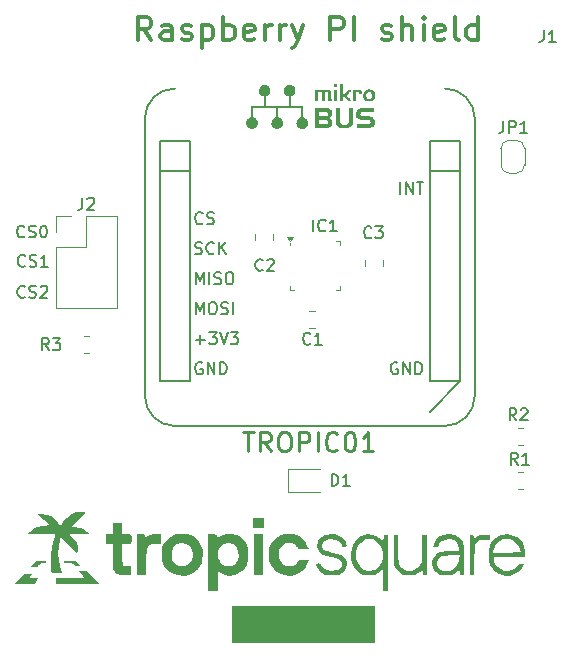
<source format=gbr>
%TF.GenerationSoftware,KiCad,Pcbnew,9.0.7+1*%
%TF.CreationDate,2026-02-18T14:33:13+01:00*%
%TF.ProjectId,ts15-rpi-shield,74733135-2d72-4706-992d-736869656c64,rev?*%
%TF.SameCoordinates,Original*%
%TF.FileFunction,Legend,Top*%
%TF.FilePolarity,Positive*%
%FSLAX46Y46*%
G04 Gerber Fmt 4.6, Leading zero omitted, Abs format (unit mm)*
G04 Created by KiCad (PCBNEW 9.0.7+1) date 2026-02-18 14:33:13*
%MOMM*%
%LPD*%
G01*
G04 APERTURE LIST*
%ADD10C,0.120000*%
%ADD11C,0.150000*%
%ADD12C,0.300000*%
%ADD13C,0.250000*%
%ADD14C,0.000000*%
%ADD15C,0.127000*%
G04 APERTURE END LIST*
D10*
X134091910Y-127887802D02*
X146091910Y-127887802D01*
X146091910Y-130887802D01*
X134091910Y-130887802D01*
X134091910Y-127887802D01*
G36*
X134091910Y-127887802D02*
G01*
X146091910Y-127887802D01*
X146091910Y-130887802D01*
X134091910Y-130887802D01*
X134091910Y-127887802D01*
G37*
D11*
X116538207Y-101674580D02*
X116490588Y-101722200D01*
X116490588Y-101722200D02*
X116347731Y-101769819D01*
X116347731Y-101769819D02*
X116252493Y-101769819D01*
X116252493Y-101769819D02*
X116109636Y-101722200D01*
X116109636Y-101722200D02*
X116014398Y-101626961D01*
X116014398Y-101626961D02*
X115966779Y-101531723D01*
X115966779Y-101531723D02*
X115919160Y-101341247D01*
X115919160Y-101341247D02*
X115919160Y-101198390D01*
X115919160Y-101198390D02*
X115966779Y-101007914D01*
X115966779Y-101007914D02*
X116014398Y-100912676D01*
X116014398Y-100912676D02*
X116109636Y-100817438D01*
X116109636Y-100817438D02*
X116252493Y-100769819D01*
X116252493Y-100769819D02*
X116347731Y-100769819D01*
X116347731Y-100769819D02*
X116490588Y-100817438D01*
X116490588Y-100817438D02*
X116538207Y-100865057D01*
X116919160Y-101722200D02*
X117062017Y-101769819D01*
X117062017Y-101769819D02*
X117300112Y-101769819D01*
X117300112Y-101769819D02*
X117395350Y-101722200D01*
X117395350Y-101722200D02*
X117442969Y-101674580D01*
X117442969Y-101674580D02*
X117490588Y-101579342D01*
X117490588Y-101579342D02*
X117490588Y-101484104D01*
X117490588Y-101484104D02*
X117442969Y-101388866D01*
X117442969Y-101388866D02*
X117395350Y-101341247D01*
X117395350Y-101341247D02*
X117300112Y-101293628D01*
X117300112Y-101293628D02*
X117109636Y-101246009D01*
X117109636Y-101246009D02*
X117014398Y-101198390D01*
X117014398Y-101198390D02*
X116966779Y-101150771D01*
X116966779Y-101150771D02*
X116919160Y-101055533D01*
X116919160Y-101055533D02*
X116919160Y-100960295D01*
X116919160Y-100960295D02*
X116966779Y-100865057D01*
X116966779Y-100865057D02*
X117014398Y-100817438D01*
X117014398Y-100817438D02*
X117109636Y-100769819D01*
X117109636Y-100769819D02*
X117347731Y-100769819D01*
X117347731Y-100769819D02*
X117490588Y-100817438D01*
X117871541Y-100865057D02*
X117919160Y-100817438D01*
X117919160Y-100817438D02*
X118014398Y-100769819D01*
X118014398Y-100769819D02*
X118252493Y-100769819D01*
X118252493Y-100769819D02*
X118347731Y-100817438D01*
X118347731Y-100817438D02*
X118395350Y-100865057D01*
X118395350Y-100865057D02*
X118442969Y-100960295D01*
X118442969Y-100960295D02*
X118442969Y-101055533D01*
X118442969Y-101055533D02*
X118395350Y-101198390D01*
X118395350Y-101198390D02*
X117823922Y-101769819D01*
X117823922Y-101769819D02*
X118442969Y-101769819D01*
D12*
X127261903Y-79989638D02*
X126595236Y-79037257D01*
X126119046Y-79989638D02*
X126119046Y-77989638D01*
X126119046Y-77989638D02*
X126880951Y-77989638D01*
X126880951Y-77989638D02*
X127071427Y-78084876D01*
X127071427Y-78084876D02*
X127166665Y-78180114D01*
X127166665Y-78180114D02*
X127261903Y-78370590D01*
X127261903Y-78370590D02*
X127261903Y-78656304D01*
X127261903Y-78656304D02*
X127166665Y-78846780D01*
X127166665Y-78846780D02*
X127071427Y-78942019D01*
X127071427Y-78942019D02*
X126880951Y-79037257D01*
X126880951Y-79037257D02*
X126119046Y-79037257D01*
X128976189Y-79989638D02*
X128976189Y-78942019D01*
X128976189Y-78942019D02*
X128880951Y-78751542D01*
X128880951Y-78751542D02*
X128690475Y-78656304D01*
X128690475Y-78656304D02*
X128309522Y-78656304D01*
X128309522Y-78656304D02*
X128119046Y-78751542D01*
X128976189Y-79894400D02*
X128785713Y-79989638D01*
X128785713Y-79989638D02*
X128309522Y-79989638D01*
X128309522Y-79989638D02*
X128119046Y-79894400D01*
X128119046Y-79894400D02*
X128023808Y-79703923D01*
X128023808Y-79703923D02*
X128023808Y-79513447D01*
X128023808Y-79513447D02*
X128119046Y-79322971D01*
X128119046Y-79322971D02*
X128309522Y-79227733D01*
X128309522Y-79227733D02*
X128785713Y-79227733D01*
X128785713Y-79227733D02*
X128976189Y-79132495D01*
X129833332Y-79894400D02*
X130023808Y-79989638D01*
X130023808Y-79989638D02*
X130404760Y-79989638D01*
X130404760Y-79989638D02*
X130595237Y-79894400D01*
X130595237Y-79894400D02*
X130690475Y-79703923D01*
X130690475Y-79703923D02*
X130690475Y-79608685D01*
X130690475Y-79608685D02*
X130595237Y-79418209D01*
X130595237Y-79418209D02*
X130404760Y-79322971D01*
X130404760Y-79322971D02*
X130119046Y-79322971D01*
X130119046Y-79322971D02*
X129928570Y-79227733D01*
X129928570Y-79227733D02*
X129833332Y-79037257D01*
X129833332Y-79037257D02*
X129833332Y-78942019D01*
X129833332Y-78942019D02*
X129928570Y-78751542D01*
X129928570Y-78751542D02*
X130119046Y-78656304D01*
X130119046Y-78656304D02*
X130404760Y-78656304D01*
X130404760Y-78656304D02*
X130595237Y-78751542D01*
X131547618Y-78656304D02*
X131547618Y-80656304D01*
X131547618Y-78751542D02*
X131738094Y-78656304D01*
X131738094Y-78656304D02*
X132119047Y-78656304D01*
X132119047Y-78656304D02*
X132309523Y-78751542D01*
X132309523Y-78751542D02*
X132404761Y-78846780D01*
X132404761Y-78846780D02*
X132499999Y-79037257D01*
X132499999Y-79037257D02*
X132499999Y-79608685D01*
X132499999Y-79608685D02*
X132404761Y-79799161D01*
X132404761Y-79799161D02*
X132309523Y-79894400D01*
X132309523Y-79894400D02*
X132119047Y-79989638D01*
X132119047Y-79989638D02*
X131738094Y-79989638D01*
X131738094Y-79989638D02*
X131547618Y-79894400D01*
X133357142Y-79989638D02*
X133357142Y-77989638D01*
X133357142Y-78751542D02*
X133547618Y-78656304D01*
X133547618Y-78656304D02*
X133928571Y-78656304D01*
X133928571Y-78656304D02*
X134119047Y-78751542D01*
X134119047Y-78751542D02*
X134214285Y-78846780D01*
X134214285Y-78846780D02*
X134309523Y-79037257D01*
X134309523Y-79037257D02*
X134309523Y-79608685D01*
X134309523Y-79608685D02*
X134214285Y-79799161D01*
X134214285Y-79799161D02*
X134119047Y-79894400D01*
X134119047Y-79894400D02*
X133928571Y-79989638D01*
X133928571Y-79989638D02*
X133547618Y-79989638D01*
X133547618Y-79989638D02*
X133357142Y-79894400D01*
X135928571Y-79894400D02*
X135738095Y-79989638D01*
X135738095Y-79989638D02*
X135357142Y-79989638D01*
X135357142Y-79989638D02*
X135166666Y-79894400D01*
X135166666Y-79894400D02*
X135071428Y-79703923D01*
X135071428Y-79703923D02*
X135071428Y-78942019D01*
X135071428Y-78942019D02*
X135166666Y-78751542D01*
X135166666Y-78751542D02*
X135357142Y-78656304D01*
X135357142Y-78656304D02*
X135738095Y-78656304D01*
X135738095Y-78656304D02*
X135928571Y-78751542D01*
X135928571Y-78751542D02*
X136023809Y-78942019D01*
X136023809Y-78942019D02*
X136023809Y-79132495D01*
X136023809Y-79132495D02*
X135071428Y-79322971D01*
X136880952Y-79989638D02*
X136880952Y-78656304D01*
X136880952Y-79037257D02*
X136976190Y-78846780D01*
X136976190Y-78846780D02*
X137071428Y-78751542D01*
X137071428Y-78751542D02*
X137261904Y-78656304D01*
X137261904Y-78656304D02*
X137452381Y-78656304D01*
X138119047Y-79989638D02*
X138119047Y-78656304D01*
X138119047Y-79037257D02*
X138214285Y-78846780D01*
X138214285Y-78846780D02*
X138309523Y-78751542D01*
X138309523Y-78751542D02*
X138499999Y-78656304D01*
X138499999Y-78656304D02*
X138690476Y-78656304D01*
X139166666Y-78656304D02*
X139642856Y-79989638D01*
X140119047Y-78656304D02*
X139642856Y-79989638D01*
X139642856Y-79989638D02*
X139452380Y-80465828D01*
X139452380Y-80465828D02*
X139357142Y-80561066D01*
X139357142Y-80561066D02*
X139166666Y-80656304D01*
X142404762Y-79989638D02*
X142404762Y-77989638D01*
X142404762Y-77989638D02*
X143166667Y-77989638D01*
X143166667Y-77989638D02*
X143357143Y-78084876D01*
X143357143Y-78084876D02*
X143452381Y-78180114D01*
X143452381Y-78180114D02*
X143547619Y-78370590D01*
X143547619Y-78370590D02*
X143547619Y-78656304D01*
X143547619Y-78656304D02*
X143452381Y-78846780D01*
X143452381Y-78846780D02*
X143357143Y-78942019D01*
X143357143Y-78942019D02*
X143166667Y-79037257D01*
X143166667Y-79037257D02*
X142404762Y-79037257D01*
X144404762Y-79989638D02*
X144404762Y-77989638D01*
X146785715Y-79894400D02*
X146976191Y-79989638D01*
X146976191Y-79989638D02*
X147357143Y-79989638D01*
X147357143Y-79989638D02*
X147547620Y-79894400D01*
X147547620Y-79894400D02*
X147642858Y-79703923D01*
X147642858Y-79703923D02*
X147642858Y-79608685D01*
X147642858Y-79608685D02*
X147547620Y-79418209D01*
X147547620Y-79418209D02*
X147357143Y-79322971D01*
X147357143Y-79322971D02*
X147071429Y-79322971D01*
X147071429Y-79322971D02*
X146880953Y-79227733D01*
X146880953Y-79227733D02*
X146785715Y-79037257D01*
X146785715Y-79037257D02*
X146785715Y-78942019D01*
X146785715Y-78942019D02*
X146880953Y-78751542D01*
X146880953Y-78751542D02*
X147071429Y-78656304D01*
X147071429Y-78656304D02*
X147357143Y-78656304D01*
X147357143Y-78656304D02*
X147547620Y-78751542D01*
X148500001Y-79989638D02*
X148500001Y-77989638D01*
X149357144Y-79989638D02*
X149357144Y-78942019D01*
X149357144Y-78942019D02*
X149261906Y-78751542D01*
X149261906Y-78751542D02*
X149071430Y-78656304D01*
X149071430Y-78656304D02*
X148785715Y-78656304D01*
X148785715Y-78656304D02*
X148595239Y-78751542D01*
X148595239Y-78751542D02*
X148500001Y-78846780D01*
X150309525Y-79989638D02*
X150309525Y-78656304D01*
X150309525Y-77989638D02*
X150214287Y-78084876D01*
X150214287Y-78084876D02*
X150309525Y-78180114D01*
X150309525Y-78180114D02*
X150404763Y-78084876D01*
X150404763Y-78084876D02*
X150309525Y-77989638D01*
X150309525Y-77989638D02*
X150309525Y-78180114D01*
X152023811Y-79894400D02*
X151833335Y-79989638D01*
X151833335Y-79989638D02*
X151452382Y-79989638D01*
X151452382Y-79989638D02*
X151261906Y-79894400D01*
X151261906Y-79894400D02*
X151166668Y-79703923D01*
X151166668Y-79703923D02*
X151166668Y-78942019D01*
X151166668Y-78942019D02*
X151261906Y-78751542D01*
X151261906Y-78751542D02*
X151452382Y-78656304D01*
X151452382Y-78656304D02*
X151833335Y-78656304D01*
X151833335Y-78656304D02*
X152023811Y-78751542D01*
X152023811Y-78751542D02*
X152119049Y-78942019D01*
X152119049Y-78942019D02*
X152119049Y-79132495D01*
X152119049Y-79132495D02*
X151166668Y-79322971D01*
X153261906Y-79989638D02*
X153071430Y-79894400D01*
X153071430Y-79894400D02*
X152976192Y-79703923D01*
X152976192Y-79703923D02*
X152976192Y-77989638D01*
X154880954Y-79989638D02*
X154880954Y-77989638D01*
X154880954Y-79894400D02*
X154690478Y-79989638D01*
X154690478Y-79989638D02*
X154309525Y-79989638D01*
X154309525Y-79989638D02*
X154119049Y-79894400D01*
X154119049Y-79894400D02*
X154023811Y-79799161D01*
X154023811Y-79799161D02*
X153928573Y-79608685D01*
X153928573Y-79608685D02*
X153928573Y-79037257D01*
X153928573Y-79037257D02*
X154023811Y-78846780D01*
X154023811Y-78846780D02*
X154119049Y-78751542D01*
X154119049Y-78751542D02*
X154309525Y-78656304D01*
X154309525Y-78656304D02*
X154690478Y-78656304D01*
X154690478Y-78656304D02*
X154880954Y-78751542D01*
D11*
X116568207Y-99044580D02*
X116520588Y-99092200D01*
X116520588Y-99092200D02*
X116377731Y-99139819D01*
X116377731Y-99139819D02*
X116282493Y-99139819D01*
X116282493Y-99139819D02*
X116139636Y-99092200D01*
X116139636Y-99092200D02*
X116044398Y-98996961D01*
X116044398Y-98996961D02*
X115996779Y-98901723D01*
X115996779Y-98901723D02*
X115949160Y-98711247D01*
X115949160Y-98711247D02*
X115949160Y-98568390D01*
X115949160Y-98568390D02*
X115996779Y-98377914D01*
X115996779Y-98377914D02*
X116044398Y-98282676D01*
X116044398Y-98282676D02*
X116139636Y-98187438D01*
X116139636Y-98187438D02*
X116282493Y-98139819D01*
X116282493Y-98139819D02*
X116377731Y-98139819D01*
X116377731Y-98139819D02*
X116520588Y-98187438D01*
X116520588Y-98187438D02*
X116568207Y-98235057D01*
X116949160Y-99092200D02*
X117092017Y-99139819D01*
X117092017Y-99139819D02*
X117330112Y-99139819D01*
X117330112Y-99139819D02*
X117425350Y-99092200D01*
X117425350Y-99092200D02*
X117472969Y-99044580D01*
X117472969Y-99044580D02*
X117520588Y-98949342D01*
X117520588Y-98949342D02*
X117520588Y-98854104D01*
X117520588Y-98854104D02*
X117472969Y-98758866D01*
X117472969Y-98758866D02*
X117425350Y-98711247D01*
X117425350Y-98711247D02*
X117330112Y-98663628D01*
X117330112Y-98663628D02*
X117139636Y-98616009D01*
X117139636Y-98616009D02*
X117044398Y-98568390D01*
X117044398Y-98568390D02*
X116996779Y-98520771D01*
X116996779Y-98520771D02*
X116949160Y-98425533D01*
X116949160Y-98425533D02*
X116949160Y-98330295D01*
X116949160Y-98330295D02*
X116996779Y-98235057D01*
X116996779Y-98235057D02*
X117044398Y-98187438D01*
X117044398Y-98187438D02*
X117139636Y-98139819D01*
X117139636Y-98139819D02*
X117377731Y-98139819D01*
X117377731Y-98139819D02*
X117520588Y-98187438D01*
X118472969Y-99139819D02*
X117901541Y-99139819D01*
X118187255Y-99139819D02*
X118187255Y-98139819D01*
X118187255Y-98139819D02*
X118092017Y-98282676D01*
X118092017Y-98282676D02*
X117996779Y-98377914D01*
X117996779Y-98377914D02*
X117901541Y-98425533D01*
X116508207Y-96564580D02*
X116460588Y-96612200D01*
X116460588Y-96612200D02*
X116317731Y-96659819D01*
X116317731Y-96659819D02*
X116222493Y-96659819D01*
X116222493Y-96659819D02*
X116079636Y-96612200D01*
X116079636Y-96612200D02*
X115984398Y-96516961D01*
X115984398Y-96516961D02*
X115936779Y-96421723D01*
X115936779Y-96421723D02*
X115889160Y-96231247D01*
X115889160Y-96231247D02*
X115889160Y-96088390D01*
X115889160Y-96088390D02*
X115936779Y-95897914D01*
X115936779Y-95897914D02*
X115984398Y-95802676D01*
X115984398Y-95802676D02*
X116079636Y-95707438D01*
X116079636Y-95707438D02*
X116222493Y-95659819D01*
X116222493Y-95659819D02*
X116317731Y-95659819D01*
X116317731Y-95659819D02*
X116460588Y-95707438D01*
X116460588Y-95707438D02*
X116508207Y-95755057D01*
X116889160Y-96612200D02*
X117032017Y-96659819D01*
X117032017Y-96659819D02*
X117270112Y-96659819D01*
X117270112Y-96659819D02*
X117365350Y-96612200D01*
X117365350Y-96612200D02*
X117412969Y-96564580D01*
X117412969Y-96564580D02*
X117460588Y-96469342D01*
X117460588Y-96469342D02*
X117460588Y-96374104D01*
X117460588Y-96374104D02*
X117412969Y-96278866D01*
X117412969Y-96278866D02*
X117365350Y-96231247D01*
X117365350Y-96231247D02*
X117270112Y-96183628D01*
X117270112Y-96183628D02*
X117079636Y-96136009D01*
X117079636Y-96136009D02*
X116984398Y-96088390D01*
X116984398Y-96088390D02*
X116936779Y-96040771D01*
X116936779Y-96040771D02*
X116889160Y-95945533D01*
X116889160Y-95945533D02*
X116889160Y-95850295D01*
X116889160Y-95850295D02*
X116936779Y-95755057D01*
X116936779Y-95755057D02*
X116984398Y-95707438D01*
X116984398Y-95707438D02*
X117079636Y-95659819D01*
X117079636Y-95659819D02*
X117317731Y-95659819D01*
X117317731Y-95659819D02*
X117460588Y-95707438D01*
X118079636Y-95659819D02*
X118174874Y-95659819D01*
X118174874Y-95659819D02*
X118270112Y-95707438D01*
X118270112Y-95707438D02*
X118317731Y-95755057D01*
X118317731Y-95755057D02*
X118365350Y-95850295D01*
X118365350Y-95850295D02*
X118412969Y-96040771D01*
X118412969Y-96040771D02*
X118412969Y-96278866D01*
X118412969Y-96278866D02*
X118365350Y-96469342D01*
X118365350Y-96469342D02*
X118317731Y-96564580D01*
X118317731Y-96564580D02*
X118270112Y-96612200D01*
X118270112Y-96612200D02*
X118174874Y-96659819D01*
X118174874Y-96659819D02*
X118079636Y-96659819D01*
X118079636Y-96659819D02*
X117984398Y-96612200D01*
X117984398Y-96612200D02*
X117936779Y-96564580D01*
X117936779Y-96564580D02*
X117889160Y-96469342D01*
X117889160Y-96469342D02*
X117841541Y-96278866D01*
X117841541Y-96278866D02*
X117841541Y-96040771D01*
X117841541Y-96040771D02*
X117889160Y-95850295D01*
X117889160Y-95850295D02*
X117936779Y-95755057D01*
X117936779Y-95755057D02*
X117984398Y-95707438D01*
X117984398Y-95707438D02*
X118079636Y-95659819D01*
X145883333Y-96639580D02*
X145835714Y-96687200D01*
X145835714Y-96687200D02*
X145692857Y-96734819D01*
X145692857Y-96734819D02*
X145597619Y-96734819D01*
X145597619Y-96734819D02*
X145454762Y-96687200D01*
X145454762Y-96687200D02*
X145359524Y-96591961D01*
X145359524Y-96591961D02*
X145311905Y-96496723D01*
X145311905Y-96496723D02*
X145264286Y-96306247D01*
X145264286Y-96306247D02*
X145264286Y-96163390D01*
X145264286Y-96163390D02*
X145311905Y-95972914D01*
X145311905Y-95972914D02*
X145359524Y-95877676D01*
X145359524Y-95877676D02*
X145454762Y-95782438D01*
X145454762Y-95782438D02*
X145597619Y-95734819D01*
X145597619Y-95734819D02*
X145692857Y-95734819D01*
X145692857Y-95734819D02*
X145835714Y-95782438D01*
X145835714Y-95782438D02*
X145883333Y-95830057D01*
X146216667Y-95734819D02*
X146835714Y-95734819D01*
X146835714Y-95734819D02*
X146502381Y-96115771D01*
X146502381Y-96115771D02*
X146645238Y-96115771D01*
X146645238Y-96115771D02*
X146740476Y-96163390D01*
X146740476Y-96163390D02*
X146788095Y-96211009D01*
X146788095Y-96211009D02*
X146835714Y-96306247D01*
X146835714Y-96306247D02*
X146835714Y-96544342D01*
X146835714Y-96544342D02*
X146788095Y-96639580D01*
X146788095Y-96639580D02*
X146740476Y-96687200D01*
X146740476Y-96687200D02*
X146645238Y-96734819D01*
X146645238Y-96734819D02*
X146359524Y-96734819D01*
X146359524Y-96734819D02*
X146264286Y-96687200D01*
X146264286Y-96687200D02*
X146216667Y-96639580D01*
X136683333Y-99409580D02*
X136635714Y-99457200D01*
X136635714Y-99457200D02*
X136492857Y-99504819D01*
X136492857Y-99504819D02*
X136397619Y-99504819D01*
X136397619Y-99504819D02*
X136254762Y-99457200D01*
X136254762Y-99457200D02*
X136159524Y-99361961D01*
X136159524Y-99361961D02*
X136111905Y-99266723D01*
X136111905Y-99266723D02*
X136064286Y-99076247D01*
X136064286Y-99076247D02*
X136064286Y-98933390D01*
X136064286Y-98933390D02*
X136111905Y-98742914D01*
X136111905Y-98742914D02*
X136159524Y-98647676D01*
X136159524Y-98647676D02*
X136254762Y-98552438D01*
X136254762Y-98552438D02*
X136397619Y-98504819D01*
X136397619Y-98504819D02*
X136492857Y-98504819D01*
X136492857Y-98504819D02*
X136635714Y-98552438D01*
X136635714Y-98552438D02*
X136683333Y-98600057D01*
X137064286Y-98600057D02*
X137111905Y-98552438D01*
X137111905Y-98552438D02*
X137207143Y-98504819D01*
X137207143Y-98504819D02*
X137445238Y-98504819D01*
X137445238Y-98504819D02*
X137540476Y-98552438D01*
X137540476Y-98552438D02*
X137588095Y-98600057D01*
X137588095Y-98600057D02*
X137635714Y-98695295D01*
X137635714Y-98695295D02*
X137635714Y-98790533D01*
X137635714Y-98790533D02*
X137588095Y-98933390D01*
X137588095Y-98933390D02*
X137016667Y-99504819D01*
X137016667Y-99504819D02*
X137635714Y-99504819D01*
X140720833Y-105639580D02*
X140673214Y-105687200D01*
X140673214Y-105687200D02*
X140530357Y-105734819D01*
X140530357Y-105734819D02*
X140435119Y-105734819D01*
X140435119Y-105734819D02*
X140292262Y-105687200D01*
X140292262Y-105687200D02*
X140197024Y-105591961D01*
X140197024Y-105591961D02*
X140149405Y-105496723D01*
X140149405Y-105496723D02*
X140101786Y-105306247D01*
X140101786Y-105306247D02*
X140101786Y-105163390D01*
X140101786Y-105163390D02*
X140149405Y-104972914D01*
X140149405Y-104972914D02*
X140197024Y-104877676D01*
X140197024Y-104877676D02*
X140292262Y-104782438D01*
X140292262Y-104782438D02*
X140435119Y-104734819D01*
X140435119Y-104734819D02*
X140530357Y-104734819D01*
X140530357Y-104734819D02*
X140673214Y-104782438D01*
X140673214Y-104782438D02*
X140720833Y-104830057D01*
X141673214Y-105734819D02*
X141101786Y-105734819D01*
X141387500Y-105734819D02*
X141387500Y-104734819D01*
X141387500Y-104734819D02*
X141292262Y-104877676D01*
X141292262Y-104877676D02*
X141197024Y-104972914D01*
X141197024Y-104972914D02*
X141101786Y-105020533D01*
D13*
X134999999Y-113177190D02*
X135914285Y-113177190D01*
X135457142Y-114777190D02*
X135457142Y-113177190D01*
X137361905Y-114777190D02*
X136828571Y-114015285D01*
X136447619Y-114777190D02*
X136447619Y-113177190D01*
X136447619Y-113177190D02*
X137057143Y-113177190D01*
X137057143Y-113177190D02*
X137209524Y-113253380D01*
X137209524Y-113253380D02*
X137285714Y-113329571D01*
X137285714Y-113329571D02*
X137361905Y-113481952D01*
X137361905Y-113481952D02*
X137361905Y-113710523D01*
X137361905Y-113710523D02*
X137285714Y-113862904D01*
X137285714Y-113862904D02*
X137209524Y-113939095D01*
X137209524Y-113939095D02*
X137057143Y-114015285D01*
X137057143Y-114015285D02*
X136447619Y-114015285D01*
X138352381Y-113177190D02*
X138657143Y-113177190D01*
X138657143Y-113177190D02*
X138809524Y-113253380D01*
X138809524Y-113253380D02*
X138961905Y-113405761D01*
X138961905Y-113405761D02*
X139038095Y-113710523D01*
X139038095Y-113710523D02*
X139038095Y-114243857D01*
X139038095Y-114243857D02*
X138961905Y-114548619D01*
X138961905Y-114548619D02*
X138809524Y-114701000D01*
X138809524Y-114701000D02*
X138657143Y-114777190D01*
X138657143Y-114777190D02*
X138352381Y-114777190D01*
X138352381Y-114777190D02*
X138200000Y-114701000D01*
X138200000Y-114701000D02*
X138047619Y-114548619D01*
X138047619Y-114548619D02*
X137971428Y-114243857D01*
X137971428Y-114243857D02*
X137971428Y-113710523D01*
X137971428Y-113710523D02*
X138047619Y-113405761D01*
X138047619Y-113405761D02*
X138200000Y-113253380D01*
X138200000Y-113253380D02*
X138352381Y-113177190D01*
X139723809Y-114777190D02*
X139723809Y-113177190D01*
X139723809Y-113177190D02*
X140333333Y-113177190D01*
X140333333Y-113177190D02*
X140485714Y-113253380D01*
X140485714Y-113253380D02*
X140561904Y-113329571D01*
X140561904Y-113329571D02*
X140638095Y-113481952D01*
X140638095Y-113481952D02*
X140638095Y-113710523D01*
X140638095Y-113710523D02*
X140561904Y-113862904D01*
X140561904Y-113862904D02*
X140485714Y-113939095D01*
X140485714Y-113939095D02*
X140333333Y-114015285D01*
X140333333Y-114015285D02*
X139723809Y-114015285D01*
X141323809Y-114777190D02*
X141323809Y-113177190D01*
X143000000Y-114624809D02*
X142923809Y-114701000D01*
X142923809Y-114701000D02*
X142695238Y-114777190D01*
X142695238Y-114777190D02*
X142542857Y-114777190D01*
X142542857Y-114777190D02*
X142314285Y-114701000D01*
X142314285Y-114701000D02*
X142161904Y-114548619D01*
X142161904Y-114548619D02*
X142085714Y-114396238D01*
X142085714Y-114396238D02*
X142009523Y-114091476D01*
X142009523Y-114091476D02*
X142009523Y-113862904D01*
X142009523Y-113862904D02*
X142085714Y-113558142D01*
X142085714Y-113558142D02*
X142161904Y-113405761D01*
X142161904Y-113405761D02*
X142314285Y-113253380D01*
X142314285Y-113253380D02*
X142542857Y-113177190D01*
X142542857Y-113177190D02*
X142695238Y-113177190D01*
X142695238Y-113177190D02*
X142923809Y-113253380D01*
X142923809Y-113253380D02*
X143000000Y-113329571D01*
X143990476Y-113177190D02*
X144142857Y-113177190D01*
X144142857Y-113177190D02*
X144295238Y-113253380D01*
X144295238Y-113253380D02*
X144371428Y-113329571D01*
X144371428Y-113329571D02*
X144447619Y-113481952D01*
X144447619Y-113481952D02*
X144523809Y-113786714D01*
X144523809Y-113786714D02*
X144523809Y-114167666D01*
X144523809Y-114167666D02*
X144447619Y-114472428D01*
X144447619Y-114472428D02*
X144371428Y-114624809D01*
X144371428Y-114624809D02*
X144295238Y-114701000D01*
X144295238Y-114701000D02*
X144142857Y-114777190D01*
X144142857Y-114777190D02*
X143990476Y-114777190D01*
X143990476Y-114777190D02*
X143838095Y-114701000D01*
X143838095Y-114701000D02*
X143761904Y-114624809D01*
X143761904Y-114624809D02*
X143685714Y-114472428D01*
X143685714Y-114472428D02*
X143609523Y-114167666D01*
X143609523Y-114167666D02*
X143609523Y-113786714D01*
X143609523Y-113786714D02*
X143685714Y-113481952D01*
X143685714Y-113481952D02*
X143761904Y-113329571D01*
X143761904Y-113329571D02*
X143838095Y-113253380D01*
X143838095Y-113253380D02*
X143990476Y-113177190D01*
X146047619Y-114777190D02*
X145133333Y-114777190D01*
X145590476Y-114777190D02*
X145590476Y-113177190D01*
X145590476Y-113177190D02*
X145438095Y-113405761D01*
X145438095Y-113405761D02*
X145285714Y-113558142D01*
X145285714Y-113558142D02*
X145133333Y-113634333D01*
D11*
X131018095Y-105318866D02*
X131780000Y-105318866D01*
X131399047Y-105699819D02*
X131399047Y-104937914D01*
X132160952Y-104699819D02*
X132779999Y-104699819D01*
X132779999Y-104699819D02*
X132446666Y-105080771D01*
X132446666Y-105080771D02*
X132589523Y-105080771D01*
X132589523Y-105080771D02*
X132684761Y-105128390D01*
X132684761Y-105128390D02*
X132732380Y-105176009D01*
X132732380Y-105176009D02*
X132779999Y-105271247D01*
X132779999Y-105271247D02*
X132779999Y-105509342D01*
X132779999Y-105509342D02*
X132732380Y-105604580D01*
X132732380Y-105604580D02*
X132684761Y-105652200D01*
X132684761Y-105652200D02*
X132589523Y-105699819D01*
X132589523Y-105699819D02*
X132303809Y-105699819D01*
X132303809Y-105699819D02*
X132208571Y-105652200D01*
X132208571Y-105652200D02*
X132160952Y-105604580D01*
X133065714Y-104699819D02*
X133399047Y-105699819D01*
X133399047Y-105699819D02*
X133732380Y-104699819D01*
X133970476Y-104699819D02*
X134589523Y-104699819D01*
X134589523Y-104699819D02*
X134256190Y-105080771D01*
X134256190Y-105080771D02*
X134399047Y-105080771D01*
X134399047Y-105080771D02*
X134494285Y-105128390D01*
X134494285Y-105128390D02*
X134541904Y-105176009D01*
X134541904Y-105176009D02*
X134589523Y-105271247D01*
X134589523Y-105271247D02*
X134589523Y-105509342D01*
X134589523Y-105509342D02*
X134541904Y-105604580D01*
X134541904Y-105604580D02*
X134494285Y-105652200D01*
X134494285Y-105652200D02*
X134399047Y-105699819D01*
X134399047Y-105699819D02*
X134113333Y-105699819D01*
X134113333Y-105699819D02*
X134018095Y-105652200D01*
X134018095Y-105652200D02*
X133970476Y-105604580D01*
X148332772Y-92999819D02*
X148332772Y-91999819D01*
X148808962Y-92999819D02*
X148808962Y-91999819D01*
X148808962Y-91999819D02*
X149380390Y-92999819D01*
X149380390Y-92999819D02*
X149380390Y-91999819D01*
X149713724Y-91999819D02*
X150285152Y-91999819D01*
X149999438Y-92999819D02*
X149999438Y-91999819D01*
X130970476Y-98032200D02*
X131113333Y-98079819D01*
X131113333Y-98079819D02*
X131351428Y-98079819D01*
X131351428Y-98079819D02*
X131446666Y-98032200D01*
X131446666Y-98032200D02*
X131494285Y-97984580D01*
X131494285Y-97984580D02*
X131541904Y-97889342D01*
X131541904Y-97889342D02*
X131541904Y-97794104D01*
X131541904Y-97794104D02*
X131494285Y-97698866D01*
X131494285Y-97698866D02*
X131446666Y-97651247D01*
X131446666Y-97651247D02*
X131351428Y-97603628D01*
X131351428Y-97603628D02*
X131160952Y-97556009D01*
X131160952Y-97556009D02*
X131065714Y-97508390D01*
X131065714Y-97508390D02*
X131018095Y-97460771D01*
X131018095Y-97460771D02*
X130970476Y-97365533D01*
X130970476Y-97365533D02*
X130970476Y-97270295D01*
X130970476Y-97270295D02*
X131018095Y-97175057D01*
X131018095Y-97175057D02*
X131065714Y-97127438D01*
X131065714Y-97127438D02*
X131160952Y-97079819D01*
X131160952Y-97079819D02*
X131399047Y-97079819D01*
X131399047Y-97079819D02*
X131541904Y-97127438D01*
X132541904Y-97984580D02*
X132494285Y-98032200D01*
X132494285Y-98032200D02*
X132351428Y-98079819D01*
X132351428Y-98079819D02*
X132256190Y-98079819D01*
X132256190Y-98079819D02*
X132113333Y-98032200D01*
X132113333Y-98032200D02*
X132018095Y-97936961D01*
X132018095Y-97936961D02*
X131970476Y-97841723D01*
X131970476Y-97841723D02*
X131922857Y-97651247D01*
X131922857Y-97651247D02*
X131922857Y-97508390D01*
X131922857Y-97508390D02*
X131970476Y-97317914D01*
X131970476Y-97317914D02*
X132018095Y-97222676D01*
X132018095Y-97222676D02*
X132113333Y-97127438D01*
X132113333Y-97127438D02*
X132256190Y-97079819D01*
X132256190Y-97079819D02*
X132351428Y-97079819D01*
X132351428Y-97079819D02*
X132494285Y-97127438D01*
X132494285Y-97127438D02*
X132541904Y-97175057D01*
X132970476Y-98079819D02*
X132970476Y-97079819D01*
X133541904Y-98079819D02*
X133113333Y-97508390D01*
X133541904Y-97079819D02*
X132970476Y-97651247D01*
X131541904Y-107287438D02*
X131446666Y-107239819D01*
X131446666Y-107239819D02*
X131303809Y-107239819D01*
X131303809Y-107239819D02*
X131160952Y-107287438D01*
X131160952Y-107287438D02*
X131065714Y-107382676D01*
X131065714Y-107382676D02*
X131018095Y-107477914D01*
X131018095Y-107477914D02*
X130970476Y-107668390D01*
X130970476Y-107668390D02*
X130970476Y-107811247D01*
X130970476Y-107811247D02*
X131018095Y-108001723D01*
X131018095Y-108001723D02*
X131065714Y-108096961D01*
X131065714Y-108096961D02*
X131160952Y-108192200D01*
X131160952Y-108192200D02*
X131303809Y-108239819D01*
X131303809Y-108239819D02*
X131399047Y-108239819D01*
X131399047Y-108239819D02*
X131541904Y-108192200D01*
X131541904Y-108192200D02*
X131589523Y-108144580D01*
X131589523Y-108144580D02*
X131589523Y-107811247D01*
X131589523Y-107811247D02*
X131399047Y-107811247D01*
X132018095Y-108239819D02*
X132018095Y-107239819D01*
X132018095Y-107239819D02*
X132589523Y-108239819D01*
X132589523Y-108239819D02*
X132589523Y-107239819D01*
X133065714Y-108239819D02*
X133065714Y-107239819D01*
X133065714Y-107239819D02*
X133303809Y-107239819D01*
X133303809Y-107239819D02*
X133446666Y-107287438D01*
X133446666Y-107287438D02*
X133541904Y-107382676D01*
X133541904Y-107382676D02*
X133589523Y-107477914D01*
X133589523Y-107477914D02*
X133637142Y-107668390D01*
X133637142Y-107668390D02*
X133637142Y-107811247D01*
X133637142Y-107811247D02*
X133589523Y-108001723D01*
X133589523Y-108001723D02*
X133541904Y-108096961D01*
X133541904Y-108096961D02*
X133446666Y-108192200D01*
X133446666Y-108192200D02*
X133303809Y-108239819D01*
X133303809Y-108239819D02*
X133065714Y-108239819D01*
X131018096Y-103159819D02*
X131018096Y-102159819D01*
X131018096Y-102159819D02*
X131351429Y-102874104D01*
X131351429Y-102874104D02*
X131684762Y-102159819D01*
X131684762Y-102159819D02*
X131684762Y-103159819D01*
X132351429Y-102159819D02*
X132541905Y-102159819D01*
X132541905Y-102159819D02*
X132637143Y-102207438D01*
X132637143Y-102207438D02*
X132732381Y-102302676D01*
X132732381Y-102302676D02*
X132780000Y-102493152D01*
X132780000Y-102493152D02*
X132780000Y-102826485D01*
X132780000Y-102826485D02*
X132732381Y-103016961D01*
X132732381Y-103016961D02*
X132637143Y-103112200D01*
X132637143Y-103112200D02*
X132541905Y-103159819D01*
X132541905Y-103159819D02*
X132351429Y-103159819D01*
X132351429Y-103159819D02*
X132256191Y-103112200D01*
X132256191Y-103112200D02*
X132160953Y-103016961D01*
X132160953Y-103016961D02*
X132113334Y-102826485D01*
X132113334Y-102826485D02*
X132113334Y-102493152D01*
X132113334Y-102493152D02*
X132160953Y-102302676D01*
X132160953Y-102302676D02*
X132256191Y-102207438D01*
X132256191Y-102207438D02*
X132351429Y-102159819D01*
X133160953Y-103112200D02*
X133303810Y-103159819D01*
X133303810Y-103159819D02*
X133541905Y-103159819D01*
X133541905Y-103159819D02*
X133637143Y-103112200D01*
X133637143Y-103112200D02*
X133684762Y-103064580D01*
X133684762Y-103064580D02*
X133732381Y-102969342D01*
X133732381Y-102969342D02*
X133732381Y-102874104D01*
X133732381Y-102874104D02*
X133684762Y-102778866D01*
X133684762Y-102778866D02*
X133637143Y-102731247D01*
X133637143Y-102731247D02*
X133541905Y-102683628D01*
X133541905Y-102683628D02*
X133351429Y-102636009D01*
X133351429Y-102636009D02*
X133256191Y-102588390D01*
X133256191Y-102588390D02*
X133208572Y-102540771D01*
X133208572Y-102540771D02*
X133160953Y-102445533D01*
X133160953Y-102445533D02*
X133160953Y-102350295D01*
X133160953Y-102350295D02*
X133208572Y-102255057D01*
X133208572Y-102255057D02*
X133256191Y-102207438D01*
X133256191Y-102207438D02*
X133351429Y-102159819D01*
X133351429Y-102159819D02*
X133589524Y-102159819D01*
X133589524Y-102159819D02*
X133732381Y-102207438D01*
X134160953Y-103159819D02*
X134160953Y-102159819D01*
X131589523Y-95444580D02*
X131541904Y-95492200D01*
X131541904Y-95492200D02*
X131399047Y-95539819D01*
X131399047Y-95539819D02*
X131303809Y-95539819D01*
X131303809Y-95539819D02*
X131160952Y-95492200D01*
X131160952Y-95492200D02*
X131065714Y-95396961D01*
X131065714Y-95396961D02*
X131018095Y-95301723D01*
X131018095Y-95301723D02*
X130970476Y-95111247D01*
X130970476Y-95111247D02*
X130970476Y-94968390D01*
X130970476Y-94968390D02*
X131018095Y-94777914D01*
X131018095Y-94777914D02*
X131065714Y-94682676D01*
X131065714Y-94682676D02*
X131160952Y-94587438D01*
X131160952Y-94587438D02*
X131303809Y-94539819D01*
X131303809Y-94539819D02*
X131399047Y-94539819D01*
X131399047Y-94539819D02*
X131541904Y-94587438D01*
X131541904Y-94587438D02*
X131589523Y-94635057D01*
X131970476Y-95492200D02*
X132113333Y-95539819D01*
X132113333Y-95539819D02*
X132351428Y-95539819D01*
X132351428Y-95539819D02*
X132446666Y-95492200D01*
X132446666Y-95492200D02*
X132494285Y-95444580D01*
X132494285Y-95444580D02*
X132541904Y-95349342D01*
X132541904Y-95349342D02*
X132541904Y-95254104D01*
X132541904Y-95254104D02*
X132494285Y-95158866D01*
X132494285Y-95158866D02*
X132446666Y-95111247D01*
X132446666Y-95111247D02*
X132351428Y-95063628D01*
X132351428Y-95063628D02*
X132160952Y-95016009D01*
X132160952Y-95016009D02*
X132065714Y-94968390D01*
X132065714Y-94968390D02*
X132018095Y-94920771D01*
X132018095Y-94920771D02*
X131970476Y-94825533D01*
X131970476Y-94825533D02*
X131970476Y-94730295D01*
X131970476Y-94730295D02*
X132018095Y-94635057D01*
X132018095Y-94635057D02*
X132065714Y-94587438D01*
X132065714Y-94587438D02*
X132160952Y-94539819D01*
X132160952Y-94539819D02*
X132399047Y-94539819D01*
X132399047Y-94539819D02*
X132541904Y-94587438D01*
X131018096Y-100619819D02*
X131018096Y-99619819D01*
X131018096Y-99619819D02*
X131351429Y-100334104D01*
X131351429Y-100334104D02*
X131684762Y-99619819D01*
X131684762Y-99619819D02*
X131684762Y-100619819D01*
X132160953Y-100619819D02*
X132160953Y-99619819D01*
X132589524Y-100572200D02*
X132732381Y-100619819D01*
X132732381Y-100619819D02*
X132970476Y-100619819D01*
X132970476Y-100619819D02*
X133065714Y-100572200D01*
X133065714Y-100572200D02*
X133113333Y-100524580D01*
X133113333Y-100524580D02*
X133160952Y-100429342D01*
X133160952Y-100429342D02*
X133160952Y-100334104D01*
X133160952Y-100334104D02*
X133113333Y-100238866D01*
X133113333Y-100238866D02*
X133065714Y-100191247D01*
X133065714Y-100191247D02*
X132970476Y-100143628D01*
X132970476Y-100143628D02*
X132780000Y-100096009D01*
X132780000Y-100096009D02*
X132684762Y-100048390D01*
X132684762Y-100048390D02*
X132637143Y-100000771D01*
X132637143Y-100000771D02*
X132589524Y-99905533D01*
X132589524Y-99905533D02*
X132589524Y-99810295D01*
X132589524Y-99810295D02*
X132637143Y-99715057D01*
X132637143Y-99715057D02*
X132684762Y-99667438D01*
X132684762Y-99667438D02*
X132780000Y-99619819D01*
X132780000Y-99619819D02*
X133018095Y-99619819D01*
X133018095Y-99619819D02*
X133160952Y-99667438D01*
X133780000Y-99619819D02*
X133970476Y-99619819D01*
X133970476Y-99619819D02*
X134065714Y-99667438D01*
X134065714Y-99667438D02*
X134160952Y-99762676D01*
X134160952Y-99762676D02*
X134208571Y-99953152D01*
X134208571Y-99953152D02*
X134208571Y-100286485D01*
X134208571Y-100286485D02*
X134160952Y-100476961D01*
X134160952Y-100476961D02*
X134065714Y-100572200D01*
X134065714Y-100572200D02*
X133970476Y-100619819D01*
X133970476Y-100619819D02*
X133780000Y-100619819D01*
X133780000Y-100619819D02*
X133684762Y-100572200D01*
X133684762Y-100572200D02*
X133589524Y-100476961D01*
X133589524Y-100476961D02*
X133541905Y-100286485D01*
X133541905Y-100286485D02*
X133541905Y-99953152D01*
X133541905Y-99953152D02*
X133589524Y-99762676D01*
X133589524Y-99762676D02*
X133684762Y-99667438D01*
X133684762Y-99667438D02*
X133780000Y-99619819D01*
X148094676Y-107287438D02*
X147999438Y-107239819D01*
X147999438Y-107239819D02*
X147856581Y-107239819D01*
X147856581Y-107239819D02*
X147713724Y-107287438D01*
X147713724Y-107287438D02*
X147618486Y-107382676D01*
X147618486Y-107382676D02*
X147570867Y-107477914D01*
X147570867Y-107477914D02*
X147523248Y-107668390D01*
X147523248Y-107668390D02*
X147523248Y-107811247D01*
X147523248Y-107811247D02*
X147570867Y-108001723D01*
X147570867Y-108001723D02*
X147618486Y-108096961D01*
X147618486Y-108096961D02*
X147713724Y-108192200D01*
X147713724Y-108192200D02*
X147856581Y-108239819D01*
X147856581Y-108239819D02*
X147951819Y-108239819D01*
X147951819Y-108239819D02*
X148094676Y-108192200D01*
X148094676Y-108192200D02*
X148142295Y-108144580D01*
X148142295Y-108144580D02*
X148142295Y-107811247D01*
X148142295Y-107811247D02*
X147951819Y-107811247D01*
X148570867Y-108239819D02*
X148570867Y-107239819D01*
X148570867Y-107239819D02*
X149142295Y-108239819D01*
X149142295Y-108239819D02*
X149142295Y-107239819D01*
X149618486Y-108239819D02*
X149618486Y-107239819D01*
X149618486Y-107239819D02*
X149856581Y-107239819D01*
X149856581Y-107239819D02*
X149999438Y-107287438D01*
X149999438Y-107287438D02*
X150094676Y-107382676D01*
X150094676Y-107382676D02*
X150142295Y-107477914D01*
X150142295Y-107477914D02*
X150189914Y-107668390D01*
X150189914Y-107668390D02*
X150189914Y-107811247D01*
X150189914Y-107811247D02*
X150142295Y-108001723D01*
X150142295Y-108001723D02*
X150094676Y-108096961D01*
X150094676Y-108096961D02*
X149999438Y-108192200D01*
X149999438Y-108192200D02*
X149856581Y-108239819D01*
X149856581Y-108239819D02*
X149618486Y-108239819D01*
X118583333Y-106204819D02*
X118250000Y-105728628D01*
X118011905Y-106204819D02*
X118011905Y-105204819D01*
X118011905Y-105204819D02*
X118392857Y-105204819D01*
X118392857Y-105204819D02*
X118488095Y-105252438D01*
X118488095Y-105252438D02*
X118535714Y-105300057D01*
X118535714Y-105300057D02*
X118583333Y-105395295D01*
X118583333Y-105395295D02*
X118583333Y-105538152D01*
X118583333Y-105538152D02*
X118535714Y-105633390D01*
X118535714Y-105633390D02*
X118488095Y-105681009D01*
X118488095Y-105681009D02*
X118392857Y-105728628D01*
X118392857Y-105728628D02*
X118011905Y-105728628D01*
X118916667Y-105204819D02*
X119535714Y-105204819D01*
X119535714Y-105204819D02*
X119202381Y-105585771D01*
X119202381Y-105585771D02*
X119345238Y-105585771D01*
X119345238Y-105585771D02*
X119440476Y-105633390D01*
X119440476Y-105633390D02*
X119488095Y-105681009D01*
X119488095Y-105681009D02*
X119535714Y-105776247D01*
X119535714Y-105776247D02*
X119535714Y-106014342D01*
X119535714Y-106014342D02*
X119488095Y-106109580D01*
X119488095Y-106109580D02*
X119440476Y-106157200D01*
X119440476Y-106157200D02*
X119345238Y-106204819D01*
X119345238Y-106204819D02*
X119059524Y-106204819D01*
X119059524Y-106204819D02*
X118964286Y-106157200D01*
X118964286Y-106157200D02*
X118916667Y-106109580D01*
X158273333Y-115904819D02*
X157940000Y-115428628D01*
X157701905Y-115904819D02*
X157701905Y-114904819D01*
X157701905Y-114904819D02*
X158082857Y-114904819D01*
X158082857Y-114904819D02*
X158178095Y-114952438D01*
X158178095Y-114952438D02*
X158225714Y-115000057D01*
X158225714Y-115000057D02*
X158273333Y-115095295D01*
X158273333Y-115095295D02*
X158273333Y-115238152D01*
X158273333Y-115238152D02*
X158225714Y-115333390D01*
X158225714Y-115333390D02*
X158178095Y-115381009D01*
X158178095Y-115381009D02*
X158082857Y-115428628D01*
X158082857Y-115428628D02*
X157701905Y-115428628D01*
X159225714Y-115904819D02*
X158654286Y-115904819D01*
X158940000Y-115904819D02*
X158940000Y-114904819D01*
X158940000Y-114904819D02*
X158844762Y-115047676D01*
X158844762Y-115047676D02*
X158749524Y-115142914D01*
X158749524Y-115142914D02*
X158654286Y-115190533D01*
X160476666Y-79124819D02*
X160476666Y-79839104D01*
X160476666Y-79839104D02*
X160429047Y-79981961D01*
X160429047Y-79981961D02*
X160333809Y-80077200D01*
X160333809Y-80077200D02*
X160190952Y-80124819D01*
X160190952Y-80124819D02*
X160095714Y-80124819D01*
X161476666Y-80124819D02*
X160905238Y-80124819D01*
X161190952Y-80124819D02*
X161190952Y-79124819D01*
X161190952Y-79124819D02*
X161095714Y-79267676D01*
X161095714Y-79267676D02*
X161000476Y-79362914D01*
X161000476Y-79362914D02*
X160905238Y-79410533D01*
X142511905Y-117704819D02*
X142511905Y-116704819D01*
X142511905Y-116704819D02*
X142750000Y-116704819D01*
X142750000Y-116704819D02*
X142892857Y-116752438D01*
X142892857Y-116752438D02*
X142988095Y-116847676D01*
X142988095Y-116847676D02*
X143035714Y-116942914D01*
X143035714Y-116942914D02*
X143083333Y-117133390D01*
X143083333Y-117133390D02*
X143083333Y-117276247D01*
X143083333Y-117276247D02*
X143035714Y-117466723D01*
X143035714Y-117466723D02*
X142988095Y-117561961D01*
X142988095Y-117561961D02*
X142892857Y-117657200D01*
X142892857Y-117657200D02*
X142750000Y-117704819D01*
X142750000Y-117704819D02*
X142511905Y-117704819D01*
X144035714Y-117704819D02*
X143464286Y-117704819D01*
X143750000Y-117704819D02*
X143750000Y-116704819D01*
X143750000Y-116704819D02*
X143654762Y-116847676D01*
X143654762Y-116847676D02*
X143559524Y-116942914D01*
X143559524Y-116942914D02*
X143464286Y-116990533D01*
X158163333Y-112144819D02*
X157830000Y-111668628D01*
X157591905Y-112144819D02*
X157591905Y-111144819D01*
X157591905Y-111144819D02*
X157972857Y-111144819D01*
X157972857Y-111144819D02*
X158068095Y-111192438D01*
X158068095Y-111192438D02*
X158115714Y-111240057D01*
X158115714Y-111240057D02*
X158163333Y-111335295D01*
X158163333Y-111335295D02*
X158163333Y-111478152D01*
X158163333Y-111478152D02*
X158115714Y-111573390D01*
X158115714Y-111573390D02*
X158068095Y-111621009D01*
X158068095Y-111621009D02*
X157972857Y-111668628D01*
X157972857Y-111668628D02*
X157591905Y-111668628D01*
X158544286Y-111240057D02*
X158591905Y-111192438D01*
X158591905Y-111192438D02*
X158687143Y-111144819D01*
X158687143Y-111144819D02*
X158925238Y-111144819D01*
X158925238Y-111144819D02*
X159020476Y-111192438D01*
X159020476Y-111192438D02*
X159068095Y-111240057D01*
X159068095Y-111240057D02*
X159115714Y-111335295D01*
X159115714Y-111335295D02*
X159115714Y-111430533D01*
X159115714Y-111430533D02*
X159068095Y-111573390D01*
X159068095Y-111573390D02*
X158496667Y-112144819D01*
X158496667Y-112144819D02*
X159115714Y-112144819D01*
X157066666Y-86804819D02*
X157066666Y-87519104D01*
X157066666Y-87519104D02*
X157019047Y-87661961D01*
X157019047Y-87661961D02*
X156923809Y-87757200D01*
X156923809Y-87757200D02*
X156780952Y-87804819D01*
X156780952Y-87804819D02*
X156685714Y-87804819D01*
X157542857Y-87804819D02*
X157542857Y-86804819D01*
X157542857Y-86804819D02*
X157923809Y-86804819D01*
X157923809Y-86804819D02*
X158019047Y-86852438D01*
X158019047Y-86852438D02*
X158066666Y-86900057D01*
X158066666Y-86900057D02*
X158114285Y-86995295D01*
X158114285Y-86995295D02*
X158114285Y-87138152D01*
X158114285Y-87138152D02*
X158066666Y-87233390D01*
X158066666Y-87233390D02*
X158019047Y-87281009D01*
X158019047Y-87281009D02*
X157923809Y-87328628D01*
X157923809Y-87328628D02*
X157542857Y-87328628D01*
X159066666Y-87804819D02*
X158495238Y-87804819D01*
X158780952Y-87804819D02*
X158780952Y-86804819D01*
X158780952Y-86804819D02*
X158685714Y-86947676D01*
X158685714Y-86947676D02*
X158590476Y-87042914D01*
X158590476Y-87042914D02*
X158495238Y-87090533D01*
X121411666Y-93319819D02*
X121411666Y-94034104D01*
X121411666Y-94034104D02*
X121364047Y-94176961D01*
X121364047Y-94176961D02*
X121268809Y-94272200D01*
X121268809Y-94272200D02*
X121125952Y-94319819D01*
X121125952Y-94319819D02*
X121030714Y-94319819D01*
X121840238Y-93415057D02*
X121887857Y-93367438D01*
X121887857Y-93367438D02*
X121983095Y-93319819D01*
X121983095Y-93319819D02*
X122221190Y-93319819D01*
X122221190Y-93319819D02*
X122316428Y-93367438D01*
X122316428Y-93367438D02*
X122364047Y-93415057D01*
X122364047Y-93415057D02*
X122411666Y-93510295D01*
X122411666Y-93510295D02*
X122411666Y-93605533D01*
X122411666Y-93605533D02*
X122364047Y-93748390D01*
X122364047Y-93748390D02*
X121792619Y-94319819D01*
X121792619Y-94319819D02*
X122411666Y-94319819D01*
X140953810Y-96164819D02*
X140953810Y-95164819D01*
X142001428Y-96069580D02*
X141953809Y-96117200D01*
X141953809Y-96117200D02*
X141810952Y-96164819D01*
X141810952Y-96164819D02*
X141715714Y-96164819D01*
X141715714Y-96164819D02*
X141572857Y-96117200D01*
X141572857Y-96117200D02*
X141477619Y-96021961D01*
X141477619Y-96021961D02*
X141430000Y-95926723D01*
X141430000Y-95926723D02*
X141382381Y-95736247D01*
X141382381Y-95736247D02*
X141382381Y-95593390D01*
X141382381Y-95593390D02*
X141430000Y-95402914D01*
X141430000Y-95402914D02*
X141477619Y-95307676D01*
X141477619Y-95307676D02*
X141572857Y-95212438D01*
X141572857Y-95212438D02*
X141715714Y-95164819D01*
X141715714Y-95164819D02*
X141810952Y-95164819D01*
X141810952Y-95164819D02*
X141953809Y-95212438D01*
X141953809Y-95212438D02*
X142001428Y-95260057D01*
X142953809Y-96164819D02*
X142382381Y-96164819D01*
X142668095Y-96164819D02*
X142668095Y-95164819D01*
X142668095Y-95164819D02*
X142572857Y-95307676D01*
X142572857Y-95307676D02*
X142477619Y-95402914D01*
X142477619Y-95402914D02*
X142382381Y-95450533D01*
D10*
%TO.C,C3*%
X145365000Y-99061252D02*
X145365000Y-98538748D01*
X146835000Y-99061252D02*
X146835000Y-98538748D01*
%TO.C,C2*%
X136065000Y-96861252D02*
X136065000Y-96338748D01*
X137535000Y-96861252D02*
X137535000Y-96338748D01*
%TO.C,C1*%
X141148752Y-102865000D02*
X140626248Y-102865000D01*
X141148752Y-104335000D02*
X140626248Y-104335000D01*
D14*
%TO.C,G1*%
G36*
X136739044Y-125238955D02*
G01*
X135913423Y-125238955D01*
X135913423Y-121790772D01*
X136739044Y-121790772D01*
X136739044Y-125238955D01*
G37*
G36*
X136787610Y-121256546D02*
G01*
X135864857Y-121256546D01*
X135864857Y-120430925D01*
X136787610Y-120430925D01*
X136787610Y-121256546D01*
G37*
G36*
X116954036Y-125147494D02*
G01*
X117071962Y-125162381D01*
X117118366Y-125183291D01*
X117118394Y-125183840D01*
X117090918Y-125247980D01*
X117024480Y-125345225D01*
X117021262Y-125349339D01*
X116954127Y-125442712D01*
X116924228Y-125500166D01*
X116924130Y-125501587D01*
X116968737Y-125515323D01*
X117086751Y-125525490D01*
X117254462Y-125530221D01*
X117289193Y-125530351D01*
X117654256Y-125530351D01*
X117408154Y-126016011D01*
X115590591Y-126016011D01*
X116025660Y-125578917D01*
X116460728Y-125141823D01*
X116789561Y-125141823D01*
X116954036Y-125147494D01*
G37*
G36*
X118173157Y-124025883D02*
G01*
X118289352Y-124032655D01*
X118343461Y-124050434D01*
X118353008Y-124084533D01*
X118337794Y-124134079D01*
X118295729Y-124202304D01*
X118215458Y-124239155D01*
X118068787Y-124256870D01*
X118052594Y-124257872D01*
X117897475Y-124274904D01*
X117800033Y-124315938D01*
X117720896Y-124400914D01*
X117693675Y-124439662D01*
X117623316Y-124533311D01*
X117553749Y-124583370D01*
X117452122Y-124603478D01*
X117289895Y-124607266D01*
X117000020Y-124607598D01*
X117576730Y-124024806D01*
X117977355Y-124024806D01*
X118173157Y-124025883D01*
G37*
G36*
X121319350Y-124459648D02*
G01*
X121041805Y-124460774D01*
X120874820Y-124455245D01*
X120777421Y-124431703D01*
X120722595Y-124382275D01*
X120712276Y-124364768D01*
X120673668Y-124315167D01*
X120608543Y-124285819D01*
X120494352Y-124271672D01*
X120308545Y-124267674D01*
X120278669Y-124267636D01*
X120067857Y-124262113D01*
X119936224Y-124240267D01*
X119866180Y-124194184D01*
X119840139Y-124115952D01*
X119838088Y-124069400D01*
X119883311Y-124051141D01*
X120005643Y-124036498D01*
X120185079Y-124027212D01*
X120350858Y-124024806D01*
X120863628Y-124024806D01*
X121319350Y-124459648D01*
G37*
G36*
X122310856Y-125456962D02*
G01*
X122873461Y-126014931D01*
X119206731Y-126016011D01*
X119206731Y-125530351D01*
X120372314Y-125530351D01*
X120697179Y-125528768D01*
X120987188Y-125524323D01*
X121229069Y-125517467D01*
X121409551Y-125508655D01*
X121515363Y-125498339D01*
X121537897Y-125490556D01*
X121510800Y-125434029D01*
X121439868Y-125324634D01*
X121343633Y-125190389D01*
X121245558Y-125056803D01*
X121175728Y-124957612D01*
X121149369Y-124914505D01*
X121193568Y-124906419D01*
X121308710Y-124900808D01*
X121448810Y-124898993D01*
X121748250Y-124898993D01*
X122310856Y-125456962D01*
G37*
G36*
X128094302Y-122616393D02*
G01*
X127679080Y-122616393D01*
X127444791Y-122620583D01*
X127258113Y-122639735D01*
X127113656Y-122683722D01*
X127006031Y-122762417D01*
X126929849Y-122885692D01*
X126879719Y-123063421D01*
X126850254Y-123305477D01*
X126836063Y-123621731D01*
X126831758Y-124022058D01*
X126831587Y-124168944D01*
X126831587Y-125238955D01*
X126005966Y-125238955D01*
X126005966Y-121790772D01*
X126347452Y-121790772D01*
X126539550Y-121796100D01*
X126652850Y-121814467D01*
X126705223Y-121849448D01*
X126711697Y-121863621D01*
X126747697Y-121978452D01*
X126758293Y-122012130D01*
X126786002Y-122048930D01*
X126843998Y-122032817D01*
X126952472Y-121957736D01*
X126960767Y-121951422D01*
X127052751Y-121887430D01*
X127143446Y-121845963D01*
X127258565Y-121821021D01*
X127423819Y-121806607D01*
X127616853Y-121798362D01*
X128094302Y-121781670D01*
X128094302Y-122616393D01*
G37*
G36*
X154494927Y-121875922D02*
G01*
X154539598Y-121932895D01*
X154553689Y-122021460D01*
X154576313Y-122128968D01*
X154610975Y-122178865D01*
X154614397Y-122179299D01*
X154659015Y-122143373D01*
X154659886Y-122134694D01*
X154697607Y-122083973D01*
X154792321Y-122009708D01*
X154837432Y-121980359D01*
X154942702Y-121925203D01*
X155058626Y-121891392D01*
X155213203Y-121873805D01*
X155434432Y-121867324D01*
X155456648Y-121867125D01*
X155898318Y-121863621D01*
X155898318Y-122252148D01*
X155461224Y-122277755D01*
X155236859Y-122294817D01*
X155055835Y-122323442D01*
X154913513Y-122373301D01*
X154805257Y-122454066D01*
X154726427Y-122575410D01*
X154672385Y-122747004D01*
X154638494Y-122978519D01*
X154620116Y-123279628D01*
X154612612Y-123660002D01*
X154611320Y-124050072D01*
X154611320Y-125238955D01*
X154221533Y-125238955D01*
X154247075Y-121863621D01*
X154392773Y-121863621D01*
X154494927Y-121875922D01*
G37*
G36*
X124791817Y-121790772D02*
G01*
X125174683Y-121790772D01*
X125365307Y-121792707D01*
X125488751Y-121809894D01*
X125558192Y-121859406D01*
X125586806Y-121958314D01*
X125587771Y-122123693D01*
X125577631Y-122312856D01*
X125560245Y-122616393D01*
X124791817Y-122616393D01*
X124791817Y-123455491D01*
X124793022Y-123801026D01*
X124800166Y-124061458D01*
X124818540Y-124248817D01*
X124853436Y-124375128D01*
X124910145Y-124452421D01*
X124993958Y-124492723D01*
X125110168Y-124508061D01*
X125255947Y-124510466D01*
X125568872Y-124510466D01*
X125568872Y-125238955D01*
X125071071Y-125237889D01*
X124805848Y-125232210D01*
X124611770Y-125214226D01*
X124463260Y-125180528D01*
X124369714Y-125144407D01*
X124183003Y-125020502D01*
X124066176Y-124856012D01*
X124032532Y-124782975D01*
X124007366Y-124704105D01*
X123989464Y-124604614D01*
X123977611Y-124469714D01*
X123970594Y-124284617D01*
X123967199Y-124034537D01*
X123966211Y-123704683D01*
X123966195Y-123638213D01*
X123966195Y-122616393D01*
X123431970Y-122616393D01*
X123431970Y-121790772D01*
X123966195Y-121790772D01*
X123966195Y-120819452D01*
X124791817Y-120819452D01*
X124791817Y-121790772D01*
G37*
G36*
X150373939Y-121856331D02*
G01*
X150556061Y-121863621D01*
X150581603Y-125238955D01*
X150416507Y-125238955D01*
X150314465Y-125232554D01*
X150260800Y-125196008D01*
X150232076Y-125103302D01*
X150218439Y-125019076D01*
X150185466Y-124799197D01*
X149972968Y-124986245D01*
X149817647Y-125103096D01*
X149653188Y-125197049D01*
X149569840Y-125230407D01*
X149371830Y-125266758D01*
X149124754Y-125280580D01*
X148871606Y-125272074D01*
X148655378Y-125241439D01*
X148597520Y-125225893D01*
X148392870Y-125121346D01*
X148186984Y-124950512D01*
X148006332Y-124740201D01*
X147877383Y-124517223D01*
X147863371Y-124482307D01*
X147831490Y-124389441D01*
X147807163Y-124293651D01*
X147789386Y-124180552D01*
X147777154Y-124035755D01*
X147769464Y-123844874D01*
X147765312Y-123593521D01*
X147763693Y-123267311D01*
X147763518Y-123051665D01*
X147763518Y-121887904D01*
X147880961Y-121887904D01*
X148006798Y-121875877D01*
X148075225Y-121858425D01*
X148099989Y-121857341D01*
X148118847Y-121882943D01*
X148132591Y-121946304D01*
X148142011Y-122058493D01*
X148147895Y-122230582D01*
X148151034Y-122473644D01*
X148152217Y-122798748D01*
X148152317Y-122939017D01*
X148154571Y-123271604D01*
X148160739Y-123580235D01*
X148170175Y-123848393D01*
X148182233Y-124059561D01*
X148196267Y-124197223D01*
X148202749Y-124229703D01*
X148317805Y-124480806D01*
X148497161Y-124675445D01*
X148723989Y-124810570D01*
X148981461Y-124883130D01*
X149252750Y-124890074D01*
X149521027Y-124828351D01*
X149769465Y-124694910D01*
X149934613Y-124543700D01*
X150042119Y-124393806D01*
X150124145Y-124231696D01*
X150140331Y-124183973D01*
X150155718Y-124080104D01*
X150169183Y-123895650D01*
X150180053Y-123647148D01*
X150187655Y-123351136D01*
X150191317Y-123024152D01*
X150191546Y-122924782D01*
X150191817Y-121849040D01*
X150373939Y-121856331D01*
G37*
G36*
X145949197Y-121826438D02*
G01*
X146270459Y-121927662D01*
X146563119Y-122109165D01*
X146666222Y-122202258D01*
X146769672Y-122300280D01*
X146841862Y-122358522D01*
X146861981Y-122366278D01*
X146878191Y-122312771D01*
X146903442Y-122194661D01*
X146919918Y-122106450D01*
X146949976Y-121962820D01*
X146986087Y-121890888D01*
X147047310Y-121866093D01*
X147108345Y-121863621D01*
X147253576Y-121863621D01*
X147266179Y-124231211D01*
X147278783Y-126598802D01*
X146889331Y-126598802D01*
X146889331Y-124691438D01*
X146657275Y-124908499D01*
X146409250Y-125105358D01*
X146156613Y-125225295D01*
X145871461Y-125277966D01*
X145591006Y-125277571D01*
X145270409Y-125236207D01*
X145011101Y-125146774D01*
X144783913Y-124996592D01*
X144645693Y-124866684D01*
X144427030Y-124573047D01*
X144274433Y-124225769D01*
X144189279Y-123843666D01*
X144177321Y-123552195D01*
X144568081Y-123552195D01*
X144607746Y-123902901D01*
X144716375Y-124224684D01*
X144887345Y-124502076D01*
X145114032Y-124719608D01*
X145307163Y-124830106D01*
X145512460Y-124882467D01*
X145760925Y-124893101D01*
X146008578Y-124863170D01*
X146185125Y-124806919D01*
X146442541Y-124636609D01*
X146644876Y-124397922D01*
X146786834Y-124105885D01*
X146863118Y-123775524D01*
X146868433Y-123421867D01*
X146799042Y-123065045D01*
X146662269Y-122751177D01*
X146473057Y-122508250D01*
X146244522Y-122335529D01*
X145989777Y-122232280D01*
X145721938Y-122197767D01*
X145454119Y-122231255D01*
X145199434Y-122332011D01*
X144970999Y-122499298D01*
X144781929Y-122732382D01*
X144645336Y-123030529D01*
X144604004Y-123188035D01*
X144568081Y-123552195D01*
X144177321Y-123552195D01*
X144172946Y-123445556D01*
X144226812Y-123050255D01*
X144352253Y-122676578D01*
X144469463Y-122459459D01*
X144695618Y-122187165D01*
X144972543Y-121985857D01*
X145284364Y-121857394D01*
X145615207Y-121803635D01*
X145949197Y-121826438D01*
G37*
G36*
X129866960Y-121766707D02*
G01*
X130115490Y-121769383D01*
X130293531Y-121779900D01*
X130427650Y-121802343D01*
X130544418Y-121840800D01*
X130644016Y-121886247D01*
X130928666Y-122067637D01*
X131186639Y-122309267D01*
X131392400Y-122584054D01*
X131494135Y-122787879D01*
X131556675Y-122978920D01*
X131591796Y-123174010D01*
X131605541Y-123412282D01*
X131606420Y-123514863D01*
X131583849Y-123893021D01*
X131509998Y-124207541D01*
X131375658Y-124482333D01*
X131171621Y-124741307D01*
X131109278Y-124805747D01*
X130796173Y-125056632D01*
X130444623Y-125220116D01*
X130051572Y-125297140D01*
X129613969Y-125288646D01*
X129562349Y-125282449D01*
X129192654Y-125187822D01*
X128860294Y-125011041D01*
X128575700Y-124763286D01*
X128349306Y-124455736D01*
X128191542Y-124099569D01*
X128115281Y-123731794D01*
X128115213Y-123574595D01*
X128971058Y-123574595D01*
X129016455Y-123861805D01*
X129122142Y-124119116D01*
X129225779Y-124261024D01*
X129403482Y-124405007D01*
X129619062Y-124481734D01*
X129893543Y-124498335D01*
X129921838Y-124497124D01*
X130123906Y-124475848D01*
X130271594Y-124427586D01*
X130390384Y-124352016D01*
X130517275Y-124225714D01*
X130634741Y-124061865D01*
X130669570Y-123997896D01*
X130747939Y-123740240D01*
X130762418Y-123450369D01*
X130715266Y-123164630D01*
X130608742Y-122919371D01*
X130601884Y-122908800D01*
X130418896Y-122713066D01*
X130187503Y-122585291D01*
X129929161Y-122527217D01*
X129665325Y-122540584D01*
X129417450Y-122627134D01*
X129206992Y-122788608D01*
X129201030Y-122795125D01*
X129062905Y-123015100D01*
X128986395Y-123283642D01*
X128971058Y-123574595D01*
X128115213Y-123574595D01*
X128115098Y-123308058D01*
X128198578Y-122910980D01*
X128359732Y-122552179D01*
X128592575Y-122243273D01*
X128891117Y-121995881D01*
X129058749Y-121901039D01*
X129190687Y-121840541D01*
X129308688Y-121801418D01*
X129440184Y-121779110D01*
X129612605Y-121769059D01*
X129853382Y-121766704D01*
X129866960Y-121766707D01*
G37*
G36*
X134056148Y-121752713D02*
G01*
X134060099Y-121752996D01*
X134427901Y-121825562D01*
X134755948Y-121984364D01*
X135036706Y-122224007D01*
X135262641Y-122539095D01*
X135323445Y-122657773D01*
X135379186Y-122785361D01*
X135416099Y-122901681D01*
X135437991Y-123032107D01*
X135448669Y-123202009D01*
X135451939Y-123436762D01*
X135452046Y-123514863D01*
X135450082Y-123772062D01*
X135441692Y-123957421D01*
X135423134Y-124096197D01*
X135390662Y-124213646D01*
X135340532Y-124335023D01*
X135325721Y-124366984D01*
X135142225Y-124684333D01*
X134917158Y-124927903D01*
X134630356Y-125118657D01*
X134576285Y-125146222D01*
X134218204Y-125271561D01*
X133850487Y-125305718D01*
X133488673Y-125249985D01*
X133148298Y-125105655D01*
X133011606Y-125016092D01*
X132902333Y-124935712D01*
X132902333Y-126598802D01*
X132028146Y-126598802D01*
X132028146Y-123514863D01*
X132907094Y-123514863D01*
X132937563Y-123836759D01*
X133026797Y-124090186D01*
X133181294Y-124288546D01*
X133339427Y-124406526D01*
X133554188Y-124490030D01*
X133801065Y-124514057D01*
X134041932Y-124478892D01*
X134217418Y-124400037D01*
X134436786Y-124197029D01*
X134578713Y-123940030D01*
X134640433Y-123637163D01*
X134619180Y-123296552D01*
X134609726Y-123247751D01*
X134510485Y-122952119D01*
X134353247Y-122731963D01*
X134140360Y-122589758D01*
X133933231Y-122534005D01*
X133627236Y-122533994D01*
X133365795Y-122616683D01*
X133156255Y-122775051D01*
X133005962Y-123002076D01*
X132922262Y-123290735D01*
X132907094Y-123514863D01*
X132028146Y-123514863D01*
X132028146Y-121786843D01*
X132428278Y-121800949D01*
X132626928Y-121810349D01*
X132748370Y-121824906D01*
X132812524Y-121849953D01*
X132839312Y-121890821D01*
X132843932Y-121912187D01*
X132868769Y-122029091D01*
X132907958Y-122078073D01*
X132981354Y-122062333D01*
X133108812Y-121985071D01*
X133145182Y-121960739D01*
X133349549Y-121841148D01*
X133547444Y-121771621D01*
X133771950Y-121744647D01*
X134056148Y-121752713D01*
G37*
G36*
X139240266Y-121762901D02*
G01*
X139568661Y-121835472D01*
X139855381Y-121975958D01*
X140022648Y-122101555D01*
X140187657Y-122279343D01*
X140346442Y-122512528D01*
X140474052Y-122761199D01*
X140527590Y-122909183D01*
X140568975Y-123053487D01*
X140147413Y-123051616D01*
X139944129Y-123049488D01*
X139814526Y-123040603D01*
X139735155Y-123017907D01*
X139682565Y-122974345D01*
X139633306Y-122902863D01*
X139628719Y-122895589D01*
X139521352Y-122764238D01*
X139383788Y-122641845D01*
X139361606Y-122626092D01*
X139156995Y-122540378D01*
X138914556Y-122518894D01*
X138667553Y-122559680D01*
X138449245Y-122660777D01*
X138420349Y-122681542D01*
X138219156Y-122891487D01*
X138090575Y-123145885D01*
X138033679Y-123425733D01*
X138047540Y-123712027D01*
X138131233Y-123985764D01*
X138283828Y-124227943D01*
X138504399Y-124419560D01*
X138505186Y-124420054D01*
X138617589Y-124474824D01*
X138750169Y-124500067D01*
X138937230Y-124501463D01*
X138984095Y-124499386D01*
X139167928Y-124485441D01*
X139290146Y-124457489D01*
X139386263Y-124402554D01*
X139481537Y-124317641D01*
X139588663Y-124201773D01*
X139663764Y-124098511D01*
X139680198Y-124064194D01*
X139705771Y-124021521D01*
X139762412Y-123995182D01*
X139869604Y-123981439D01*
X140046825Y-123976552D01*
X140138544Y-123976240D01*
X140568975Y-123976240D01*
X140527590Y-124120543D01*
X140441093Y-124340256D01*
X140311805Y-124574554D01*
X140163401Y-124784624D01*
X140046349Y-124909568D01*
X139740288Y-125115973D01*
X139383506Y-125250436D01*
X138995735Y-125307883D01*
X138596708Y-125283234D01*
X138595088Y-125282959D01*
X138211342Y-125171859D01*
X137877882Y-124983126D01*
X137601574Y-124726017D01*
X137389285Y-124409787D01*
X137247884Y-124043692D01*
X137184236Y-123636988D01*
X137185820Y-123383503D01*
X137255987Y-122969025D01*
X137408211Y-122598555D01*
X137638551Y-122280848D01*
X137718246Y-122200909D01*
X137958855Y-122003905D01*
X138201535Y-121871575D01*
X138475440Y-121792390D01*
X138809727Y-121754821D01*
X138851664Y-121752724D01*
X139240266Y-121762901D01*
G37*
G36*
X157718350Y-121840309D02*
G01*
X157994656Y-121912612D01*
X158234946Y-122044348D01*
X158448089Y-122227924D01*
X158680021Y-122516586D01*
X158828170Y-122840146D01*
X158897785Y-123211679D01*
X158904709Y-123365504D01*
X158909408Y-123757693D01*
X157573843Y-123759720D01*
X156238279Y-123761746D01*
X156243884Y-123942574D01*
X156278667Y-124111771D01*
X156362760Y-124303839D01*
X156390866Y-124352075D01*
X156594212Y-124596604D01*
X156846563Y-124769159D01*
X157130610Y-124868019D01*
X157429047Y-124891464D01*
X157724567Y-124837775D01*
X157999865Y-124705232D01*
X158202472Y-124532084D01*
X158323714Y-124409153D01*
X158419477Y-124344280D01*
X158524657Y-124319434D01*
X158620259Y-124316202D01*
X158839053Y-124316202D01*
X158758303Y-124474041D01*
X158546463Y-124786902D01*
X158271960Y-125032500D01*
X157947742Y-125204546D01*
X157586757Y-125296748D01*
X157201953Y-125302815D01*
X157084863Y-125287077D01*
X156725865Y-125178873D01*
X156408497Y-124987990D01*
X156144602Y-124724204D01*
X155946022Y-124397288D01*
X155913142Y-124320055D01*
X155859978Y-124164279D01*
X155827082Y-124003250D01*
X155810260Y-123806602D01*
X155805318Y-123543967D01*
X155805313Y-123539146D01*
X155807350Y-123344883D01*
X156175755Y-123344883D01*
X157363732Y-123344883D01*
X157733789Y-123344480D01*
X158017703Y-123342736D01*
X158226465Y-123338848D01*
X158371062Y-123332016D01*
X158462483Y-123321435D01*
X158511717Y-123306304D01*
X158529752Y-123285821D01*
X158527778Y-123259892D01*
X158501156Y-123151837D01*
X158472699Y-123019875D01*
X158393448Y-122817369D01*
X158248618Y-122610986D01*
X158063040Y-122432347D01*
X157952277Y-122357191D01*
X157646655Y-122231754D01*
X157337104Y-122195381D01*
X157037747Y-122241694D01*
X156762707Y-122364317D01*
X156526106Y-122556874D01*
X156342067Y-122812987D01*
X156224712Y-123126281D01*
X156221924Y-123138477D01*
X156175755Y-123344883D01*
X155807350Y-123344883D01*
X155807857Y-123296563D01*
X155819373Y-123120850D01*
X155844911Y-122981827D01*
X155889519Y-122849310D01*
X155940318Y-122732105D01*
X156137133Y-122405263D01*
X156397963Y-122133644D01*
X156704803Y-121935753D01*
X156723939Y-121926786D01*
X156880114Y-121866092D01*
X157041687Y-121831930D01*
X157244754Y-121818271D01*
X157379580Y-121817274D01*
X157718350Y-121840309D01*
G37*
G36*
X121545313Y-119905526D02*
G01*
X121625903Y-119918385D01*
X121635029Y-119926508D01*
X121602311Y-119972794D01*
X121511524Y-120075488D01*
X121373714Y-120222753D01*
X121199929Y-120402752D01*
X121028889Y-120575947D01*
X120422748Y-121183697D01*
X120798200Y-121186201D01*
X121196483Y-121231108D01*
X121546585Y-121359968D01*
X121847599Y-121572432D01*
X121877859Y-121601072D01*
X122047840Y-121766489D01*
X121125086Y-121790772D01*
X120805870Y-121799482D01*
X120573070Y-121807337D01*
X120416000Y-121815815D01*
X120323973Y-121826392D01*
X120286301Y-121840549D01*
X120292297Y-121859762D01*
X120331274Y-121885511D01*
X120352963Y-121897564D01*
X120576510Y-122065508D01*
X120769267Y-122295876D01*
X120919246Y-122564555D01*
X121014460Y-122847433D01*
X121042923Y-123120398D01*
X121026806Y-123252979D01*
X120993194Y-123406016D01*
X120299491Y-122713551D01*
X119605789Y-122021087D01*
X119529925Y-122282315D01*
X119403328Y-122852862D01*
X119363555Y-123405342D01*
X119411584Y-123953890D01*
X119548395Y-124512637D01*
X119715274Y-124959701D01*
X119723907Y-124999008D01*
X119698605Y-125023947D01*
X119623131Y-125037731D01*
X119481248Y-125043571D01*
X119285701Y-125044691D01*
X118820054Y-125044691D01*
X118782704Y-124911135D01*
X118769703Y-124816104D01*
X118759211Y-124645095D01*
X118752049Y-124419250D01*
X118749040Y-124159709D01*
X118749194Y-124049089D01*
X118768841Y-123479894D01*
X118824427Y-122976512D01*
X118920579Y-122512810D01*
X119061928Y-122062654D01*
X119134090Y-121875762D01*
X119139369Y-121849461D01*
X119123996Y-121829209D01*
X119077153Y-121814223D01*
X118988020Y-121803716D01*
X118845780Y-121796902D01*
X118639615Y-121792998D01*
X118358706Y-121791216D01*
X117992234Y-121790773D01*
X117963383Y-121790772D01*
X116758209Y-121790772D01*
X116969023Y-121575968D01*
X117263587Y-121337906D01*
X117608144Y-121176181D01*
X118010366Y-121087659D01*
X118204057Y-121071265D01*
X118634080Y-121049916D01*
X118156403Y-120570440D01*
X117678725Y-120090963D01*
X118017776Y-120091001D01*
X118392965Y-120138309D01*
X118746312Y-120276699D01*
X119069027Y-120501003D01*
X119352320Y-120806054D01*
X119436861Y-120925377D01*
X119565056Y-121119093D01*
X119681572Y-120889828D01*
X119849646Y-120634262D01*
X120081022Y-120384295D01*
X120345022Y-120170077D01*
X120523806Y-120062110D01*
X120689019Y-119988305D01*
X120856340Y-119942371D01*
X121062763Y-119915915D01*
X121210077Y-119906438D01*
X121399406Y-119901199D01*
X121545313Y-119905526D01*
G37*
G36*
X152576842Y-121805629D02*
G01*
X152932107Y-121872747D01*
X153224614Y-122011879D01*
X153461442Y-122227526D01*
X153622314Y-122470695D01*
X153649931Y-122531122D01*
X153671694Y-122604784D01*
X153688485Y-122703945D01*
X153701186Y-122840869D01*
X153710677Y-123027821D01*
X153717839Y-123277063D01*
X153723555Y-123600862D01*
X153727887Y-123939816D01*
X153742926Y-125238955D01*
X153575712Y-125238955D01*
X153452399Y-125217562D01*
X153381691Y-125142340D01*
X153352149Y-124996724D01*
X153349268Y-124911135D01*
X153341117Y-124831189D01*
X153307949Y-124811161D01*
X153234710Y-124853806D01*
X153115361Y-124953948D01*
X152874606Y-125130176D01*
X152622084Y-125235655D01*
X152326905Y-125281369D01*
X152183021Y-125285388D01*
X151882741Y-125267191D01*
X151657194Y-125210950D01*
X151624096Y-125196947D01*
X151373080Y-125035553D01*
X151187974Y-124820170D01*
X151071301Y-124568125D01*
X151025579Y-124296745D01*
X151038405Y-124170388D01*
X151430274Y-124170388D01*
X151433350Y-124353403D01*
X151503209Y-124547597D01*
X151621847Y-124716766D01*
X151751179Y-124815636D01*
X151953608Y-124876387D01*
X152202870Y-124895994D01*
X152457993Y-124874846D01*
X152678007Y-124813336D01*
X152692964Y-124806637D01*
X152962281Y-124633806D01*
X153159076Y-124398116D01*
X153284869Y-124097303D01*
X153330161Y-123858420D01*
X153361978Y-123587712D01*
X152711792Y-123588779D01*
X152424965Y-123591838D01*
X152214777Y-123601384D01*
X152060832Y-123619606D01*
X151942732Y-123648693D01*
X151863525Y-123679810D01*
X151641721Y-123823624D01*
X151488607Y-124015286D01*
X151430274Y-124170388D01*
X151038405Y-124170388D01*
X151053330Y-124023355D01*
X151157073Y-123765283D01*
X151339330Y-123539854D01*
X151378143Y-123506155D01*
X151516098Y-123407352D01*
X151668721Y-123333141D01*
X151853596Y-123279314D01*
X152088308Y-123241663D01*
X152390442Y-123215980D01*
X152644398Y-123203162D01*
X153324322Y-123174902D01*
X153308411Y-122956355D01*
X153247065Y-122678080D01*
X153110019Y-122459941D01*
X152900695Y-122305734D01*
X152647759Y-122223690D01*
X152353315Y-122207112D01*
X152076273Y-122262588D01*
X151835895Y-122381633D01*
X151651441Y-122555760D01*
X151568691Y-122699116D01*
X151513386Y-122803841D01*
X151440415Y-122849244D01*
X151310756Y-122859221D01*
X151307257Y-122859223D01*
X151184041Y-122854789D01*
X151134809Y-122828816D01*
X151136445Y-122762300D01*
X151144819Y-122725666D01*
X151265946Y-122412996D01*
X151460023Y-122158226D01*
X151718028Y-121967153D01*
X152030935Y-121845576D01*
X152389720Y-121799293D01*
X152576842Y-121805629D01*
G37*
G36*
X142726265Y-121815897D02*
G01*
X143017793Y-121872391D01*
X143137314Y-121913872D01*
X143368951Y-122048543D01*
X143564368Y-122234171D01*
X143706050Y-122448383D01*
X143776480Y-122668804D01*
X143781109Y-122736248D01*
X143770355Y-122816233D01*
X143719660Y-122851224D01*
X143601374Y-122859210D01*
X143592110Y-122859223D01*
X143465362Y-122850181D01*
X143401811Y-122809717D01*
X143370100Y-122725666D01*
X143275811Y-122536542D01*
X143102684Y-122376647D01*
X142867976Y-122261057D01*
X142821491Y-122246401D01*
X142559704Y-122201255D01*
X142312307Y-122214045D01*
X142091002Y-122275929D01*
X141907491Y-122378064D01*
X141773479Y-122511609D01*
X141700667Y-122667721D01*
X141700759Y-122837559D01*
X141785458Y-123012281D01*
X141793671Y-123022961D01*
X141862303Y-123102703D01*
X141936218Y-123163615D01*
X142033713Y-123213169D01*
X142173084Y-123258838D01*
X142372629Y-123308095D01*
X142627621Y-123363540D01*
X143004534Y-123453931D01*
X143295025Y-123550373D01*
X143509795Y-123659987D01*
X143659549Y-123789896D01*
X143754988Y-123947224D01*
X143806817Y-124139091D01*
X143808395Y-124149315D01*
X143824371Y-124419571D01*
X143774479Y-124639712D01*
X143649196Y-124838741D01*
X143545988Y-124948476D01*
X143376468Y-125088715D01*
X143202795Y-125194097D01*
X143119499Y-125227730D01*
X142923078Y-125264443D01*
X142672702Y-125280777D01*
X142405210Y-125277286D01*
X142157439Y-125254526D01*
X141966227Y-125213051D01*
X141958079Y-125210236D01*
X141664356Y-125057309D01*
X141434396Y-124833578D01*
X141275802Y-124547491D01*
X141229876Y-124401192D01*
X141215055Y-124314802D01*
X141244541Y-124277028D01*
X141341473Y-124267824D01*
X141384023Y-124267636D01*
X141504301Y-124276218D01*
X141579262Y-124318236D01*
X141643350Y-124418095D01*
X141668683Y-124469353D01*
X141785178Y-124646732D01*
X141944533Y-124768738D01*
X142161199Y-124841892D01*
X142449627Y-124872715D01*
X142566960Y-124874710D01*
X142861087Y-124859052D01*
X143078541Y-124807396D01*
X143235354Y-124712724D01*
X143347562Y-124568017D01*
X143370670Y-124522892D01*
X143418945Y-124385400D01*
X143410795Y-124257701D01*
X143390731Y-124189179D01*
X143333646Y-124069169D01*
X143241654Y-123973258D01*
X143100507Y-123894200D01*
X142895956Y-123824748D01*
X142613754Y-123757655D01*
X142494953Y-123733576D01*
X142104162Y-123642223D01*
X141801672Y-123535614D01*
X141579010Y-123406830D01*
X141427704Y-123248953D01*
X141339281Y-123055065D01*
X141305268Y-122818250D01*
X141304245Y-122761364D01*
X141348210Y-122473224D01*
X141476968Y-122228036D01*
X141685812Y-122031008D01*
X141970035Y-121887349D01*
X142139462Y-121837036D01*
X142417282Y-121802864D01*
X142726265Y-121815897D01*
G37*
D15*
%TO.C,CON1*%
X126700000Y-86595000D02*
X126700000Y-110090000D01*
X127970000Y-88500000D02*
X127970000Y-91040000D01*
X127970000Y-91040000D02*
X127970000Y-108820000D01*
X127970000Y-91040000D02*
X130510000Y-91040000D01*
X127970000Y-108820000D02*
X130510000Y-108820000D01*
X129240000Y-112630000D02*
X152100000Y-112630000D01*
X130510000Y-88500000D02*
X127970000Y-88500000D01*
X130510000Y-91040000D02*
X130510000Y-88500000D01*
X130510000Y-108820000D02*
X130510000Y-91040000D01*
X150830000Y-88500000D02*
X150830000Y-91040000D01*
X150830000Y-88500000D02*
X153370000Y-88500000D01*
X150830000Y-91040000D02*
X150830000Y-108820000D01*
X150830000Y-91040000D02*
X153370000Y-91040000D01*
X150830000Y-108820000D02*
X153370000Y-108820000D01*
X153370000Y-88500000D02*
X153370000Y-108820000D01*
X153370000Y-108820000D02*
X150840000Y-111410000D01*
X154640000Y-86595000D02*
X154640000Y-110090000D01*
X126700000Y-86595000D02*
G75*
G02*
X129240000Y-84055000I2540000J0D01*
G01*
X129240000Y-112630000D02*
G75*
G02*
X126700000Y-110090000I0J2540000D01*
G01*
X152100000Y-84055000D02*
G75*
G02*
X154640000Y-86595000I0J-2540000D01*
G01*
X154640000Y-110090000D02*
G75*
G02*
X152100000Y-112630000I-2540000J0D01*
G01*
X154640000Y-110090000D02*
G75*
G02*
X152100000Y-112630000I-2540000J0D01*
G01*
D14*
G36*
X143006433Y-83810948D02*
G01*
X143006433Y-83933063D01*
X142873217Y-83933063D01*
X142740000Y-83933063D01*
X142740000Y-83810948D01*
X142740000Y-83688832D01*
X142873217Y-83688832D01*
X143006433Y-83688832D01*
X143006433Y-83810948D01*
G37*
G36*
X143006433Y-84643553D02*
G01*
X143006433Y-85132014D01*
X142873217Y-85132014D01*
X142740000Y-85132014D01*
X142740000Y-84643553D01*
X142740000Y-84155091D01*
X142873217Y-84155091D01*
X143006433Y-84155091D01*
X143006433Y-84643553D01*
G37*
G36*
X144652216Y-84157194D02*
G01*
X144740350Y-84158302D01*
X144809159Y-84159458D01*
X144861518Y-84160916D01*
X144900303Y-84162932D01*
X144928389Y-84165759D01*
X144948653Y-84169653D01*
X144963970Y-84174867D01*
X144977216Y-84181656D01*
X144985527Y-84186692D01*
X145015265Y-84208251D01*
X145036793Y-84232941D01*
X145051569Y-84264805D01*
X145061051Y-84307890D01*
X145066697Y-84366239D01*
X145069163Y-84418749D01*
X145073974Y-84554741D01*
X144950518Y-84554741D01*
X144827063Y-84554741D01*
X144827063Y-84472711D01*
X144825063Y-84417324D01*
X144816756Y-84380215D01*
X144798683Y-84357640D01*
X144767384Y-84345858D01*
X144719399Y-84341125D01*
X144704947Y-84340620D01*
X144621687Y-84338264D01*
X144618771Y-84735139D01*
X144615856Y-85132014D01*
X144488330Y-85132014D01*
X144360804Y-85132014D01*
X144360804Y-84642881D01*
X144360804Y-84153747D01*
X144652216Y-84157194D01*
G37*
G36*
X141688142Y-84157402D02*
G01*
X141816366Y-84158132D01*
X141924334Y-84158828D01*
X142013994Y-84159578D01*
X142087294Y-84160472D01*
X142146179Y-84161596D01*
X142192598Y-84163040D01*
X142228498Y-84164893D01*
X142255825Y-84167241D01*
X142276528Y-84170175D01*
X142292553Y-84173781D01*
X142305846Y-84178149D01*
X142318357Y-84183367D01*
X142324890Y-84186306D01*
X142391243Y-84227491D01*
X142445371Y-84283625D01*
X142480027Y-84343815D01*
X142485782Y-84359458D01*
X142490442Y-84377579D01*
X142494155Y-84400707D01*
X142497071Y-84431372D01*
X142499338Y-84472106D01*
X142501104Y-84525437D01*
X142502519Y-84593896D01*
X142503732Y-84680013D01*
X142504651Y-84762893D01*
X142508465Y-85132014D01*
X142380734Y-85132014D01*
X142253003Y-85132014D01*
X142249495Y-84796197D01*
X142248348Y-84698946D01*
X142247057Y-84621362D01*
X142245469Y-84560911D01*
X142243429Y-84515058D01*
X142240782Y-84481268D01*
X142237374Y-84457004D01*
X142233050Y-84439734D01*
X142227656Y-84426920D01*
X142226897Y-84425504D01*
X142208022Y-84400500D01*
X142180951Y-84383181D01*
X142142035Y-84372425D01*
X142087624Y-84367109D01*
X142033404Y-84366018D01*
X141929598Y-84366018D01*
X141929598Y-84749016D01*
X141929598Y-85132014D01*
X141799156Y-85132017D01*
X141668715Y-85132019D01*
X141668715Y-84751794D01*
X141668715Y-84371568D01*
X141513295Y-84371568D01*
X141357876Y-84371568D01*
X141354955Y-84751791D01*
X141352033Y-85132014D01*
X141230064Y-85132014D01*
X141108094Y-85132014D01*
X141108094Y-84643088D01*
X141108094Y-84154162D01*
X141688142Y-84157402D01*
G37*
G36*
X143508650Y-84151505D02*
G01*
X143511547Y-84614178D01*
X143714918Y-84384634D01*
X143918289Y-84155091D01*
X144047960Y-84154166D01*
X144101826Y-84153562D01*
X144149527Y-84152627D01*
X144185502Y-84151494D01*
X144203079Y-84150436D01*
X144217112Y-84149052D01*
X144227166Y-84149337D01*
X144232073Y-84152772D01*
X144230664Y-84160841D01*
X144221773Y-84175027D01*
X144204232Y-84196813D01*
X144176871Y-84227682D01*
X144138524Y-84269117D01*
X144088023Y-84322601D01*
X144024199Y-84389617D01*
X143970063Y-84446323D01*
X143913446Y-84505822D01*
X143870666Y-84551489D01*
X143840088Y-84585421D01*
X143820078Y-84609709D01*
X143809001Y-84626449D01*
X143805223Y-84637734D01*
X143807108Y-84645658D01*
X143810864Y-84650269D01*
X143828804Y-84668980D01*
X143857626Y-84699950D01*
X143895019Y-84740621D01*
X143938676Y-84788437D01*
X143986288Y-84840839D01*
X144035547Y-84895271D01*
X144084142Y-84949176D01*
X144129766Y-84999998D01*
X144170110Y-85045177D01*
X144202865Y-85082159D01*
X144225723Y-85108385D01*
X144236374Y-85121298D01*
X144236838Y-85122063D01*
X144227697Y-85125574D01*
X144199786Y-85128514D01*
X144156535Y-85130676D01*
X144101375Y-85131856D01*
X144070302Y-85132014D01*
X143900065Y-85132014D01*
X143705806Y-84898214D01*
X143511547Y-84664414D01*
X143508551Y-84898214D01*
X143505555Y-85132014D01*
X143379035Y-85132014D01*
X143324322Y-85131081D01*
X143282063Y-85128482D01*
X143255818Y-85124521D01*
X143248814Y-85120930D01*
X143248215Y-85108173D01*
X143247736Y-85075111D01*
X143247379Y-85023640D01*
X143247146Y-84955656D01*
X143247039Y-84873056D01*
X143247060Y-84777737D01*
X143247210Y-84671594D01*
X143247493Y-84556526D01*
X143247910Y-84434428D01*
X143248050Y-84399339D01*
X143250987Y-83688832D01*
X143378370Y-83688832D01*
X143505753Y-83688832D01*
X143508650Y-84151505D01*
G37*
G36*
X145778928Y-84141351D02*
G01*
X145849285Y-84150224D01*
X145910081Y-84167279D01*
X145967354Y-84194115D01*
X146016195Y-84224728D01*
X146091612Y-84289098D01*
X146149276Y-84366637D01*
X146188971Y-84456896D01*
X146210479Y-84559424D01*
X146214606Y-84635460D01*
X146205964Y-84751270D01*
X146180354Y-84852760D01*
X146137775Y-84939932D01*
X146078229Y-85012784D01*
X146001714Y-85071317D01*
X145908231Y-85115531D01*
X145894312Y-85120403D01*
X145827226Y-85137087D01*
X145749728Y-85147066D01*
X145670300Y-85149902D01*
X145597426Y-85145158D01*
X145557331Y-85137738D01*
X145455078Y-85101938D01*
X145367983Y-85050673D01*
X145296785Y-84984506D01*
X145242229Y-84903999D01*
X145238012Y-84895771D01*
X145206238Y-84817347D01*
X145188470Y-84734608D01*
X145183587Y-84641991D01*
X145448741Y-84641991D01*
X145456171Y-84726758D01*
X145479170Y-84797634D01*
X145518804Y-84857537D01*
X145532913Y-84872627D01*
X145590823Y-84916362D01*
X145654907Y-84939191D01*
X145722837Y-84940687D01*
X145792285Y-84920425D01*
X145792884Y-84920155D01*
X145852493Y-84885919D01*
X145895778Y-84843118D01*
X145924651Y-84788572D01*
X145941025Y-84719099D01*
X145945807Y-84665755D01*
X145947098Y-84611642D01*
X145944016Y-84570613D01*
X145935482Y-84533795D01*
X145926691Y-84508423D01*
X145891685Y-84442972D01*
X145843648Y-84393051D01*
X145785763Y-84360058D01*
X145721213Y-84345387D01*
X145653181Y-84350437D01*
X145604161Y-84366916D01*
X145540447Y-84406388D01*
X145493639Y-84459693D01*
X145463484Y-84527279D01*
X145449728Y-84609593D01*
X145448741Y-84641991D01*
X145183587Y-84641991D01*
X145183548Y-84641243D01*
X145184624Y-84605336D01*
X145199352Y-84497184D01*
X145232323Y-84401029D01*
X145282946Y-84317715D01*
X145350631Y-84248084D01*
X145434787Y-84192980D01*
X145490572Y-84168138D01*
X145528129Y-84155067D01*
X145562894Y-84146600D01*
X145601704Y-84141753D01*
X145651395Y-84139546D01*
X145692972Y-84139060D01*
X145778928Y-84141351D01*
G37*
G36*
X143217629Y-86228277D02*
G01*
X143217764Y-86360255D01*
X143218077Y-86472111D01*
X143218656Y-86565928D01*
X143219588Y-86643788D01*
X143220959Y-86707771D01*
X143222856Y-86759960D01*
X143225365Y-86802436D01*
X143228575Y-86837281D01*
X143232571Y-86866576D01*
X143237441Y-86892403D01*
X143243270Y-86916844D01*
X143246915Y-86930441D01*
X143275371Y-87001216D01*
X143318117Y-87057093D01*
X143376034Y-87098593D01*
X143450002Y-87126238D01*
X143540901Y-87140549D01*
X143605909Y-87142953D01*
X143698190Y-87137958D01*
X143773465Y-87122406D01*
X143834696Y-87095450D01*
X143874580Y-87065989D01*
X143896371Y-87045076D01*
X143915060Y-87023328D01*
X143930882Y-86998945D01*
X143944073Y-86970125D01*
X143954869Y-86935067D01*
X143963507Y-86891971D01*
X143970223Y-86839034D01*
X143975251Y-86774455D01*
X143978829Y-86696434D01*
X143981192Y-86603169D01*
X143982577Y-86492859D01*
X143983218Y-86363703D01*
X143983356Y-86235800D01*
X143983356Y-85709287D01*
X144155428Y-85709287D01*
X144327500Y-85709287D01*
X144327416Y-86305987D01*
X144327171Y-86441146D01*
X144326495Y-86564940D01*
X144325416Y-86675756D01*
X144323961Y-86771982D01*
X144322160Y-86852004D01*
X144320041Y-86914210D01*
X144317630Y-86956988D01*
X144315732Y-86974846D01*
X144289358Y-87073566D01*
X144244059Y-87161020D01*
X144180324Y-87236718D01*
X144098640Y-87300171D01*
X143999495Y-87350887D01*
X143911197Y-87381054D01*
X143867689Y-87389516D01*
X143807072Y-87396193D01*
X143734376Y-87400995D01*
X143654632Y-87403835D01*
X143572868Y-87404623D01*
X143494115Y-87403269D01*
X143423402Y-87399684D01*
X143365759Y-87393779D01*
X143348961Y-87391028D01*
X143232353Y-87361409D01*
X143133116Y-87319317D01*
X143049780Y-87264026D01*
X143003249Y-87220458D01*
X142962063Y-87171993D01*
X142931660Y-87123864D01*
X142906358Y-87066505D01*
X142897869Y-87043092D01*
X142893980Y-87029680D01*
X142890644Y-87012228D01*
X142887804Y-86988956D01*
X142885404Y-86958082D01*
X142883388Y-86917827D01*
X142881700Y-86866409D01*
X142880284Y-86802047D01*
X142879083Y-86722959D01*
X142878041Y-86627366D01*
X142877103Y-86513485D01*
X142876211Y-86379537D01*
X142876035Y-86350393D01*
X142872208Y-85709287D01*
X143044784Y-85709287D01*
X143217360Y-85709287D01*
X143217629Y-86228277D01*
G37*
G36*
X146103724Y-85859156D02*
G01*
X146103724Y-86009025D01*
X145640240Y-86009296D01*
X145525796Y-86009642D01*
X145421697Y-86010510D01*
X145329937Y-86011854D01*
X145252509Y-86013630D01*
X145191407Y-86015793D01*
X145148625Y-86018297D01*
X145126800Y-86020943D01*
X145070139Y-86040817D01*
X145020587Y-86071141D01*
X144984599Y-86107630D01*
X144976647Y-86120588D01*
X144954729Y-86182766D01*
X144951418Y-86244478D01*
X144965649Y-86301669D01*
X144996359Y-86350288D01*
X145042484Y-86386281D01*
X145046983Y-86388580D01*
X145061645Y-86395453D01*
X145076505Y-86401029D01*
X145094054Y-86405491D01*
X145116783Y-86409023D01*
X145147183Y-86411808D01*
X145187747Y-86414030D01*
X145240965Y-86415872D01*
X145309329Y-86417518D01*
X145395332Y-86419152D01*
X145482045Y-86420633D01*
X145578100Y-86422555D01*
X145666347Y-86424934D01*
X145744211Y-86427658D01*
X145809116Y-86430617D01*
X145858489Y-86433699D01*
X145889753Y-86436793D01*
X145898664Y-86438580D01*
X145987379Y-86478993D01*
X146059227Y-86533609D01*
X146114281Y-86602557D01*
X146152615Y-86685967D01*
X146174305Y-86783967D01*
X146179425Y-86896689D01*
X146178256Y-86924890D01*
X146164018Y-87037177D01*
X146134916Y-87133393D01*
X146091056Y-87213332D01*
X146032545Y-87276791D01*
X145973730Y-87316376D01*
X145944267Y-87331894D01*
X145917430Y-87345042D01*
X145891134Y-87356033D01*
X145863294Y-87365080D01*
X145831824Y-87372394D01*
X145794638Y-87378189D01*
X145749651Y-87382677D01*
X145694779Y-87386072D01*
X145627935Y-87388584D01*
X145547033Y-87390429D01*
X145449990Y-87391817D01*
X145334718Y-87392961D01*
X145212836Y-87393966D01*
X144649440Y-87398467D01*
X144649440Y-87247714D01*
X144649440Y-87096962D01*
X145124468Y-87096962D01*
X145251410Y-87096800D01*
X145358232Y-87096204D01*
X145447013Y-87095006D01*
X145519835Y-87093039D01*
X145578777Y-87090135D01*
X145625921Y-87086128D01*
X145663346Y-87080851D01*
X145693133Y-87074135D01*
X145717363Y-87065814D01*
X145738116Y-87055721D01*
X145753379Y-87046411D01*
X145783352Y-87014478D01*
X145802645Y-86968557D01*
X145810638Y-86914448D01*
X145806712Y-86857954D01*
X145790249Y-86804877D01*
X145780996Y-86787498D01*
X145768706Y-86769031D01*
X145754984Y-86753983D01*
X145737492Y-86741943D01*
X145713895Y-86732501D01*
X145681854Y-86725247D01*
X145639033Y-86719770D01*
X145583095Y-86715659D01*
X145511702Y-86712506D01*
X145422518Y-86709898D01*
X145326626Y-86707711D01*
X145217400Y-86705126D01*
X145127559Y-86702249D01*
X145054282Y-86698714D01*
X144994750Y-86694155D01*
X144946145Y-86688207D01*
X144905648Y-86680504D01*
X144870439Y-86670682D01*
X144837700Y-86658375D01*
X144804611Y-86643217D01*
X144795919Y-86638922D01*
X144721097Y-86590617D01*
X144662713Y-86528423D01*
X144620566Y-86451909D01*
X144594456Y-86360638D01*
X144584183Y-86254179D01*
X144585495Y-86183597D01*
X144599451Y-86071112D01*
X144628291Y-85974997D01*
X144672513Y-85894723D01*
X144732613Y-85829756D01*
X144809086Y-85779566D01*
X144902429Y-85743620D01*
X145013139Y-85721388D01*
X145017506Y-85720830D01*
X145048699Y-85718335D01*
X145099388Y-85716037D01*
X145166863Y-85713988D01*
X145248418Y-85712243D01*
X145341345Y-85710854D01*
X145442936Y-85709874D01*
X145550484Y-85709356D01*
X145606645Y-85709287D01*
X146103724Y-85709287D01*
X146103724Y-85859156D01*
G37*
G36*
X141702840Y-85709697D02*
G01*
X141829584Y-85711003D01*
X141937872Y-85713318D01*
X142029569Y-85716755D01*
X142106540Y-85721427D01*
X142170654Y-85727447D01*
X142223775Y-85734928D01*
X142267769Y-85743984D01*
X142304303Y-85754659D01*
X142392830Y-85793934D01*
X142463413Y-85845139D01*
X142516652Y-85909183D01*
X142553147Y-85986976D01*
X142573501Y-86079428D01*
X142578559Y-86169995D01*
X142577427Y-86226136D01*
X142573905Y-86266659D01*
X142566961Y-86298106D01*
X142555564Y-86327021D01*
X142552952Y-86332476D01*
X142506240Y-86407013D01*
X142444779Y-86473926D01*
X142400413Y-86509271D01*
X142373023Y-86529898D01*
X142355254Y-86546699D01*
X142351451Y-86553301D01*
X142360449Y-86564265D01*
X142383024Y-86579423D01*
X142393524Y-86585108D01*
X142441399Y-86616602D01*
X142489501Y-86659924D01*
X142530145Y-86707507D01*
X142549934Y-86739087D01*
X142577516Y-86814102D01*
X142590052Y-86897364D01*
X142588408Y-86984335D01*
X142573451Y-87070473D01*
X142546048Y-87151239D01*
X142507065Y-87222093D01*
X142457369Y-87278496D01*
X142445050Y-87288540D01*
X142414163Y-87310733D01*
X142382903Y-87329701D01*
X142349318Y-87345693D01*
X142311452Y-87358958D01*
X142267351Y-87369743D01*
X142215062Y-87378296D01*
X142152629Y-87384867D01*
X142078099Y-87389702D01*
X141989518Y-87393051D01*
X141884931Y-87395162D01*
X141762384Y-87396282D01*
X141619923Y-87396660D01*
X141593780Y-87396668D01*
X141108094Y-87396699D01*
X141108094Y-87096962D01*
X141452238Y-87096962D01*
X141754751Y-87096853D01*
X141844794Y-87096759D01*
X141915569Y-87096406D01*
X141970007Y-87095578D01*
X142011043Y-87094058D01*
X142041610Y-87091631D01*
X142064641Y-87088080D01*
X142083070Y-87083190D01*
X142099829Y-87076745D01*
X142113816Y-87070412D01*
X142150302Y-87050562D01*
X142172719Y-87029069D01*
X142188498Y-86998765D01*
X142188750Y-86998137D01*
X142205455Y-86933191D01*
X142205179Y-86869222D01*
X142189111Y-86810654D01*
X142158438Y-86761914D01*
X142116380Y-86728491D01*
X142101380Y-86720920D01*
X142086179Y-86714966D01*
X142067947Y-86710398D01*
X142043852Y-86706987D01*
X142011061Y-86704500D01*
X141966744Y-86702707D01*
X141908068Y-86701376D01*
X141832202Y-86700277D01*
X141760301Y-86699443D01*
X141452238Y-86696025D01*
X141452238Y-86896493D01*
X141452238Y-87096962D01*
X141108094Y-87096962D01*
X141108094Y-86896493D01*
X141108094Y-86552993D01*
X141108094Y-86201449D01*
X141108094Y-86009025D01*
X141452238Y-86009025D01*
X141452238Y-86201449D01*
X141452696Y-86264771D01*
X141453969Y-86320309D01*
X141455898Y-86364284D01*
X141458326Y-86392913D01*
X141460564Y-86402271D01*
X141473467Y-86404373D01*
X141505574Y-86406001D01*
X141553886Y-86407109D01*
X141615408Y-86407652D01*
X141687144Y-86407583D01*
X141763077Y-86406896D01*
X141851922Y-86405679D01*
X141921532Y-86404408D01*
X141974870Y-86402828D01*
X142014902Y-86400684D01*
X142044594Y-86397720D01*
X142066912Y-86393681D01*
X142084819Y-86388311D01*
X142101283Y-86381357D01*
X142110298Y-86377009D01*
X142153407Y-86349736D01*
X142181279Y-86315607D01*
X142196386Y-86270000D01*
X142201201Y-86208295D01*
X142201208Y-86207105D01*
X142200265Y-86164853D01*
X142195252Y-86136170D01*
X142183678Y-86112479D01*
X142167368Y-86090540D01*
X142147856Y-86068282D01*
X142127114Y-86050509D01*
X142102479Y-86036720D01*
X142071288Y-86026412D01*
X142030878Y-86019082D01*
X141978588Y-86014227D01*
X141911753Y-86011346D01*
X141827711Y-86009934D01*
X141738099Y-86009511D01*
X141452238Y-86009025D01*
X141108094Y-86009025D01*
X141108094Y-85709287D01*
X141555773Y-85709287D01*
X141702840Y-85709697D01*
G37*
G36*
X136969792Y-83750376D02*
G01*
X137064321Y-83784609D01*
X137074278Y-83789528D01*
X137132791Y-83826494D01*
X137191361Y-83875997D01*
X137243456Y-83931686D01*
X137282542Y-83987208D01*
X137288058Y-83997407D01*
X137325264Y-84093921D01*
X137341853Y-84194638D01*
X137338129Y-84296324D01*
X137314395Y-84395747D01*
X137270954Y-84489673D01*
X137237094Y-84540037D01*
X137188820Y-84590780D01*
X137126121Y-84638366D01*
X137056681Y-84677621D01*
X136999098Y-84700271D01*
X136922589Y-84723509D01*
X136925503Y-85119261D01*
X136928418Y-85515012D01*
X137902704Y-85517848D01*
X138876990Y-85520684D01*
X138874076Y-85120204D01*
X138871162Y-84719724D01*
X138815510Y-84700887D01*
X138719288Y-84656953D01*
X138635632Y-84595202D01*
X138566320Y-84517221D01*
X138517971Y-84435105D01*
X138502877Y-84401987D01*
X138492826Y-84374431D01*
X138486796Y-84346429D01*
X138483766Y-84311974D01*
X138482717Y-84265060D01*
X138482613Y-84226987D01*
X138482893Y-84169788D01*
X138484452Y-84128800D01*
X138488376Y-84098030D01*
X138495746Y-84071486D01*
X138507648Y-84043177D01*
X138520751Y-84016060D01*
X138575194Y-83928591D01*
X138642932Y-83856947D01*
X138721265Y-83801575D01*
X138807493Y-83762924D01*
X138898915Y-83741441D01*
X138992831Y-83737574D01*
X139086542Y-83751772D01*
X139177346Y-83784482D01*
X139262544Y-83836152D01*
X139317463Y-83883903D01*
X139380111Y-83961349D01*
X139424584Y-84048088D01*
X139450867Y-84140917D01*
X139458944Y-84236634D01*
X139448803Y-84332036D01*
X139420429Y-84423923D01*
X139373807Y-84509091D01*
X139320525Y-84573105D01*
X139265231Y-84620629D01*
X139202242Y-84662055D01*
X139138830Y-84693098D01*
X139091883Y-84707748D01*
X139048785Y-84716700D01*
X139045871Y-85118632D01*
X139042957Y-85520563D01*
X139570294Y-85520563D01*
X140097631Y-85520563D01*
X140100524Y-86000207D01*
X140103418Y-86479851D01*
X140170631Y-86502994D01*
X140269826Y-86546656D01*
X140352394Y-86604152D01*
X140420124Y-86676911D01*
X140456030Y-86731316D01*
X140495637Y-86821322D01*
X140515914Y-86918375D01*
X140516859Y-87018598D01*
X140498473Y-87118116D01*
X140460754Y-87213055D01*
X140456052Y-87221904D01*
X140419370Y-87274761D01*
X140368363Y-87328885D01*
X140309648Y-87378160D01*
X140249841Y-87416472D01*
X140240212Y-87421371D01*
X140146297Y-87455672D01*
X140050762Y-87469511D01*
X139956164Y-87464232D01*
X139865055Y-87441183D01*
X139779990Y-87401706D01*
X139703522Y-87347149D01*
X139638206Y-87278856D01*
X139586596Y-87198172D01*
X139551246Y-87106442D01*
X139539763Y-87052445D01*
X139534621Y-86951435D01*
X139549551Y-86853649D01*
X139582856Y-86761811D01*
X139632838Y-86678641D01*
X139697799Y-86606861D01*
X139776042Y-86549193D01*
X139865869Y-86508360D01*
X139882303Y-86503249D01*
X139942447Y-86485765D01*
X139942447Y-86086424D01*
X139942447Y-85687084D01*
X138965524Y-85687084D01*
X137988601Y-85687084D01*
X137988601Y-86086307D01*
X137988601Y-86485529D01*
X138031872Y-86497181D01*
X138132693Y-86534839D01*
X138219271Y-86588846D01*
X138290390Y-86657622D01*
X138344834Y-86739587D01*
X138381388Y-86833160D01*
X138398837Y-86936761D01*
X138400207Y-86976020D01*
X138395144Y-87062972D01*
X138378235Y-87137629D01*
X138347240Y-87207710D01*
X138320177Y-87251936D01*
X138255522Y-87329775D01*
X138178163Y-87391053D01*
X138090986Y-87435017D01*
X137996877Y-87460916D01*
X137898725Y-87467995D01*
X137799415Y-87455501D01*
X137701834Y-87422682D01*
X137688863Y-87416611D01*
X137604585Y-87364702D01*
X137536276Y-87300205D01*
X137483777Y-87225701D01*
X137446932Y-87143769D01*
X137425584Y-87056992D01*
X137419574Y-86967949D01*
X137428745Y-86879220D01*
X137452940Y-86793388D01*
X137492002Y-86713032D01*
X137545772Y-86640733D01*
X137614093Y-86579072D01*
X137696808Y-86530629D01*
X137744072Y-86511983D01*
X137816529Y-86487602D01*
X137819443Y-86087343D01*
X137822357Y-85687084D01*
X136845296Y-85687084D01*
X135868234Y-85687084D01*
X135868234Y-86086307D01*
X135868234Y-86485529D01*
X135915415Y-86498076D01*
X136001226Y-86531067D01*
X136083844Y-86581811D01*
X136157112Y-86646055D01*
X136195853Y-86691753D01*
X136212517Y-86719116D01*
X136232343Y-86758786D01*
X136250973Y-86802015D01*
X136264792Y-86839171D01*
X136273333Y-86870269D01*
X136277540Y-86902415D01*
X136278360Y-86942715D01*
X136276813Y-86996289D01*
X136273762Y-87054052D01*
X136268917Y-87096437D01*
X136260966Y-87130264D01*
X136248597Y-87162353D01*
X136242216Y-87176026D01*
X136191306Y-87263723D01*
X136130575Y-87334143D01*
X136067334Y-87384319D01*
X135974308Y-87433498D01*
X135874676Y-87462031D01*
X135771166Y-87469337D01*
X135701713Y-87462191D01*
X135605469Y-87434719D01*
X135518183Y-87388382D01*
X135442083Y-87325476D01*
X135379396Y-87248295D01*
X135332350Y-87159132D01*
X135303172Y-87060281D01*
X135301293Y-87049781D01*
X135295381Y-86950720D01*
X135309955Y-86854201D01*
X135343304Y-86763043D01*
X135393712Y-86680064D01*
X135459466Y-86608083D01*
X135538853Y-86549917D01*
X135630159Y-86508386D01*
X135630569Y-86508250D01*
X135701713Y-86484575D01*
X135701713Y-86002569D01*
X135701713Y-85520563D01*
X136234719Y-85520563D01*
X136767724Y-85520563D01*
X136764810Y-85119659D01*
X136761897Y-84718754D01*
X136699022Y-84699304D01*
X136604237Y-84659077D01*
X136522940Y-84602291D01*
X136456473Y-84530969D01*
X136406179Y-84447137D01*
X136373400Y-84352820D01*
X136359477Y-84250043D01*
X136360493Y-84188461D01*
X136377658Y-84089706D01*
X136413110Y-84000311D01*
X136464425Y-83921631D01*
X136529182Y-83855019D01*
X136604957Y-83801830D01*
X136689328Y-83763417D01*
X136779873Y-83741134D01*
X136874168Y-83736336D01*
X136969792Y-83750376D01*
G37*
D10*
%TO.C,R3*%
X121522936Y-105015000D02*
X121977064Y-105015000D01*
X121522936Y-106485000D02*
X121977064Y-106485000D01*
%TO.C,R1*%
X158272936Y-116515000D02*
X158727064Y-116515000D01*
X158272936Y-117985000D02*
X158727064Y-117985000D01*
%TO.C,D1*%
X138815000Y-116290000D02*
X138815000Y-118210000D01*
X138815000Y-118210000D02*
X141500000Y-118210000D01*
X141500000Y-116290000D02*
X138815000Y-116290000D01*
%TO.C,R2*%
X158272936Y-112765000D02*
X158727064Y-112765000D01*
X158272936Y-114235000D02*
X158727064Y-114235000D01*
%TO.C,JP1*%
X156850000Y-90530000D02*
X156850000Y-89130000D01*
X157550000Y-88430000D02*
X158150000Y-88430000D01*
X158150000Y-91230000D02*
X157550000Y-91230000D01*
X158850000Y-89130000D02*
X158850000Y-90530000D01*
X156850000Y-89130000D02*
G75*
G02*
X157550000Y-88430000I699999J1D01*
G01*
X157550000Y-91230000D02*
G75*
G02*
X156850000Y-90530000I0J700000D01*
G01*
X158150000Y-88430000D02*
G75*
G02*
X158850000Y-89130000I1J-699999D01*
G01*
X158850000Y-90530000D02*
G75*
G02*
X158150000Y-91230000I-700000J0D01*
G01*
%TO.C,J2*%
X119145000Y-94865000D02*
X120475000Y-94865000D01*
X119145000Y-96195000D02*
X119145000Y-94865000D01*
X119145000Y-97465000D02*
X119145000Y-102605000D01*
X119145000Y-97465000D02*
X121745000Y-97465000D01*
X119145000Y-102605000D02*
X124345000Y-102605000D01*
X121745000Y-94865000D02*
X124345000Y-94865000D01*
X121745000Y-97465000D02*
X121745000Y-94865000D01*
X124345000Y-94865000D02*
X124345000Y-102605000D01*
%TO.C,IC1*%
X138990000Y-97290000D02*
X138990000Y-97180000D01*
X138990000Y-101160000D02*
X138990000Y-100810000D01*
X139340000Y-101160000D02*
X138990000Y-101160000D01*
X142860000Y-96940000D02*
X143210000Y-96940000D01*
X142860000Y-101160000D02*
X143210000Y-101160000D01*
X143210000Y-96940000D02*
X143210000Y-97290000D01*
X143210000Y-101160000D02*
X143210000Y-100810000D01*
X138990000Y-96940000D02*
X138750000Y-96610000D01*
X139230000Y-96610000D01*
X138990000Y-96940000D01*
G36*
X138990000Y-96940000D02*
G01*
X138750000Y-96610000D01*
X139230000Y-96610000D01*
X138990000Y-96940000D01*
G37*
%TD*%
M02*

</source>
